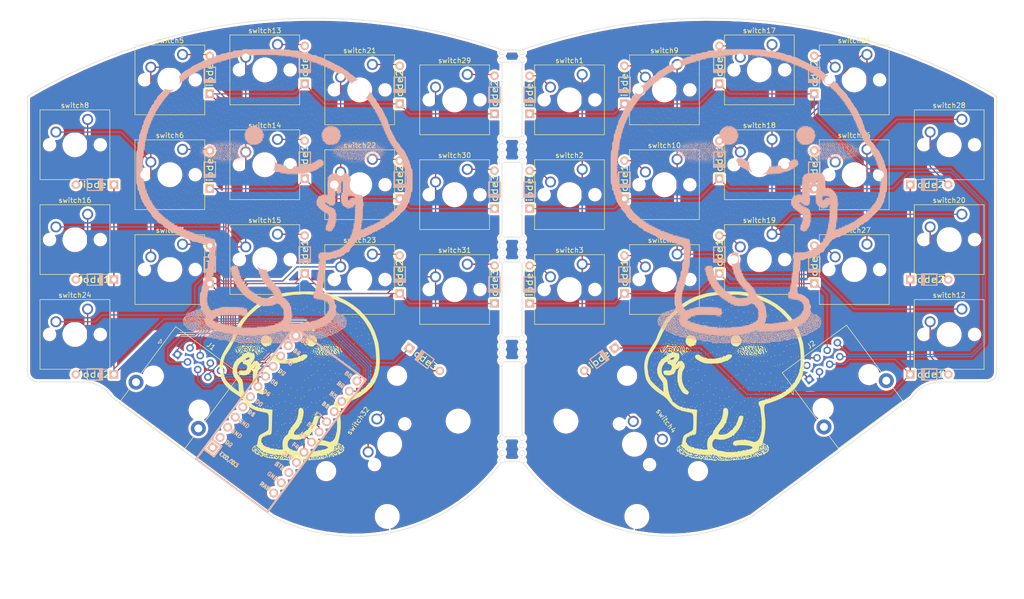
<source format=kicad_pcb>
(kicad_pcb (version 20171130) (host pcbnew 5.1.6)
  (layers (0 F.Cu signal) (31 B.Cu signal) (34 B.Paste user) (35 F.Paste user) (36 B.SilkS user) (37 F.SilkS user) (38 B.Mask user) (39 F.Mask user) (44 Edge.Cuts user))
  (net 0 "")
  (net 1 "Net-(diode1-Pad2)")
  (net 2 "Net-(diode2-Pad2)")
  (net 3 "Net-(diode3-Pad2)")
  (net 4 "Net-(diode4-Pad2)")
  (net 5 "Net-(diode5-Pad2)")
  (net 6 "Net-(diode6-Pad2)")
  (net 7 "Net-(diode7-Pad2)")
  (net 8 "Net-(diode8-Pad2)")
  (net 9 "Net-(diode9-Pad2)")
  (net 10 "Net-(diode10-Pad2)")
  (net 11 "Net-(diode11-Pad2)")
  (net 12 "Net-(diode12-Pad2)")
  (net 13 "Net-(diode13-Pad2)")
  (net 14 "Net-(diode14-Pad2)")
  (net 15 "Net-(diode15-Pad2)")
  (net 16 "Net-(diode16-Pad2)")
  (net 17 "Net-(diode17-Pad2)")
  (net 18 "Net-(diode18-Pad2)")
  (net 19 "Net-(diode19-Pad2)")
  (net 20 "Net-(diode20-Pad2)")
  (net 21 "Net-(diode21-Pad2)")
  (net 22 "Net-(diode22-Pad2)")
  (net 23 "Net-(diode23-Pad2)")
  (net 24 "Net-(diode24-Pad2)")
  (net 25 "Net-(diode25-Pad2)")
  (net 26 "Net-(diode26-Pad2)")
  (net 27 "Net-(diode27-Pad2)")
  (net 28 "Net-(diode28-Pad2)")
  (net 29 "Net-(diode29-Pad2)")
  (net 30 "Net-(diode30-Pad2)")
  (net 31 "Net-(diode31-Pad2)")
  (net 32 "Net-(diode32-Pad2)")
  (net 33 COL5)
  (net 34 COL7)
  (net 35 COL6)
  (net 36 COL4)
  (net 37 ROWB0)
  (net 38 ROWB1)
  (net 39 ROWB2)
  (net 40 ROWB3)
  (net 41 ROWA0)
  (net 42 ROWA1)
  (net 43 ROWA2)
  (net 44 ROWA3)
  (net 45 COLA0)
  (net 46 COLA1)
  (net 47 COLA2)
  (net 48 COLA3)
  (net 49 COLB5)
  (net 50 COLB4)
  (net 51 COLB7)
  (net 52 COLB6)
  (module footprints:baldy_small (layer F.Cu) (at 75 90)
    (fp_text reference G*** hide)
    (fp_text value LOGO hide)
  )
  (module footprints:baldy_peace (layer B.Cu) (at 165 55 180)
    (fp_text reference G*** hide)
    (fp_text value LOGO hide)
  )
  (module footprints:baldy_small (layer F.Cu) (at 160 90)
    (fp_text reference G*** hide)
    (fp_text value LOGO hide)
  )
  (module footprints:baldy_peace (layer B.Cu) (at 70 55 180)
    (fp_text reference G*** hide)
    (fp_text value LOGO hide)
  )
  (module footprints:holes_two (layer F.Cu) (at 119.5 103.5)
    (fp_text reference Ref** hide)
    (fp_text value Val** hide)
    (pad "" thru_hole circle (at 0 0.75) (size 1 1) (drill 1) (layers *.Cu *.Mask))
    (pad "" thru_hole circle (at 0 -0.75) (size 1 1) (drill 1) (layers *.Cu *.Mask))
  )
  (module footprints:holes_two (layer F.Cu) (at 115.5 106.5)
    (fp_text reference Ref** hide)
    (fp_text value Val** hide)
    (pad "" thru_hole circle (at 0 -0.75) (size 1 1) (drill 1) (layers *.Cu *.Mask))
    (pad "" thru_hole circle (at 0 0.75) (size 1 1) (drill 1) (layers *.Cu *.Mask))
  )
  (module footprints:holes_two (layer F.Cu) (at 119.5 106.5)
    (fp_text reference Ref** hide)
    (fp_text value Val** hide)
    (pad "" thru_hole circle (at 0 -0.75) (size 1 1) (drill 1) (layers *.Cu *.Mask))
    (pad "" thru_hole circle (at 0 0.75) (size 1 1) (drill 1) (layers *.Cu *.Mask))
  )
  (module footprints:holes_two (layer F.Cu) (at 115.5 103.5)
    (fp_text reference Ref** hide)
    (fp_text value Val** hide)
    (pad "" thru_hole circle (at 0 0.75) (size 1 1) (drill 1) (layers *.Cu *.Mask))
    (pad "" thru_hole circle (at 0 -0.75) (size 1 1) (drill 1) (layers *.Cu *.Mask))
  )
  (module footprints:holes_two (layer F.Cu) (at 115.5 86.5)
    (fp_text reference Ref** hide)
    (fp_text value Val** hide)
    (pad "" thru_hole circle (at 0 0.75) (size 1 1) (drill 1) (layers *.Cu *.Mask))
    (pad "" thru_hole circle (at 0 -0.75) (size 1 1) (drill 1) (layers *.Cu *.Mask))
  )
  (module footprints:holes_two (layer F.Cu) (at 119.5 83.5)
    (fp_text reference Ref** hide)
    (fp_text value Val** hide)
    (pad "" thru_hole circle (at 0 -0.75) (size 1 1) (drill 1) (layers *.Cu *.Mask))
    (pad "" thru_hole circle (at 0 0.75) (size 1 1) (drill 1) (layers *.Cu *.Mask))
  )
  (module footprints:holes_two (layer F.Cu) (at 119.5 86.5)
    (fp_text reference Ref** hide)
    (fp_text value Val** hide)
    (pad "" thru_hole circle (at 0 0.75) (size 1 1) (drill 1) (layers *.Cu *.Mask))
    (pad "" thru_hole circle (at 0 -0.75) (size 1 1) (drill 1) (layers *.Cu *.Mask))
  )
  (module footprints:holes_two (layer F.Cu) (at 115.5 83.5)
    (fp_text reference Ref** hide)
    (fp_text value Val** hide)
    (pad "" thru_hole circle (at 0 -0.75) (size 1 1) (drill 1) (layers *.Cu *.Mask))
    (pad "" thru_hole circle (at 0 0.75) (size 1 1) (drill 1) (layers *.Cu *.Mask))
  )
  (module footprints:holes_two (layer F.Cu) (at 119.5 63.5)
    (fp_text reference Ref** hide)
    (fp_text value Val** hide)
    (pad "" thru_hole circle (at 0 0.75) (size 1 1) (drill 1) (layers *.Cu *.Mask))
    (pad "" thru_hole circle (at 0 -0.75) (size 1 1) (drill 1) (layers *.Cu *.Mask))
  )
  (module footprints:holes_two (layer F.Cu) (at 119.5 66.5)
    (fp_text reference Ref** hide)
    (fp_text value Val** hide)
    (pad "" thru_hole circle (at 0 -0.75) (size 1 1) (drill 1) (layers *.Cu *.Mask))
    (pad "" thru_hole circle (at 0 0.75) (size 1 1) (drill 1) (layers *.Cu *.Mask))
  )
  (module footprints:holes_two (layer F.Cu) (at 115.5 63.5)
    (fp_text reference Ref** hide)
    (fp_text value Val** hide)
    (pad "" thru_hole circle (at 0 0.75) (size 1 1) (drill 1) (layers *.Cu *.Mask))
    (pad "" thru_hole circle (at 0 -0.75) (size 1 1) (drill 1) (layers *.Cu *.Mask))
  )
  (module footprints:holes_two (layer F.Cu) (at 115.5 66.5)
    (fp_text reference Ref** hide)
    (fp_text value Val** hide)
    (pad "" thru_hole circle (at 0 -0.75) (size 1 1) (drill 1) (layers *.Cu *.Mask))
    (pad "" thru_hole circle (at 0 0.75) (size 1 1) (drill 1) (layers *.Cu *.Mask))
  )
  (module footprints:holes_two (layer F.Cu) (at 119.5 46.5)
    (fp_text reference Ref** hide)
    (fp_text value Val** hide)
    (pad "" thru_hole circle (at 0 0.75) (size 1 1) (drill 1) (layers *.Cu *.Mask))
    (pad "" thru_hole circle (at 0 -0.75) (size 1 1) (drill 1) (layers *.Cu *.Mask))
  )
  (module footprints:holes_two (layer F.Cu) (at 115.5 46.5)
    (fp_text reference Ref** hide)
    (fp_text value Val** hide)
    (pad "" thru_hole circle (at 0 0.75) (size 1 1) (drill 1) (layers *.Cu *.Mask))
    (pad "" thru_hole circle (at 0 -0.75) (size 1 1) (drill 1) (layers *.Cu *.Mask))
  )
  (module footprints:holes_two (layer F.Cu) (at 119.5 43.5)
    (fp_text reference Ref** hide)
    (fp_text value Val** hide)
    (pad "" thru_hole circle (at 0 -0.75) (size 1 1) (drill 1) (layers *.Cu *.Mask))
    (pad "" thru_hole circle (at 0 0.75) (size 1 1) (drill 1) (layers *.Cu *.Mask))
  )
  (module footprints:holes_two (layer F.Cu) (at 115.5 43.5)
    (fp_text reference Ref** hide)
    (fp_text value Val** hide)
    (pad "" thru_hole circle (at 0 -0.75) (size 1 1) (drill 1) (layers *.Cu *.Mask))
    (pad "" thru_hole circle (at 0 0.75) (size 1 1) (drill 1) (layers *.Cu *.Mask))
  )
  (module footprints:holes_two (layer F.Cu) (at 119.5 26.25)
    (fp_text reference Ref** hide)
    (fp_text value Val** hide)
    (pad "" thru_hole circle (at 0 0.75) (size 1 1) (drill 1) (layers *.Cu *.Mask))
    (pad "" thru_hole circle (at 0 -0.75) (size 1 1) (drill 1) (layers *.Cu *.Mask))
  )
  (module footprints:holes_two (layer F.Cu) (at 115.5 26.25)
    (fp_text reference Ref** hide)
    (fp_text value Val** hide)
    (pad "" thru_hole circle (at 0 0.75) (size 1 1) (drill 1) (layers *.Cu *.Mask))
    (pad "" thru_hole circle (at 0 -0.75) (size 1 1) (drill 1) (layers *.Cu *.Mask))
  )
  (module footprints:diode (layer F.Cu) (at 57 49 270)
    (fp_text reference diode6 (at 0 0 90) (layer F.SilkS) (effects (font (size 1.27 1.524) (thickness 0.2032))))
    (fp_text value diode hide)
    (pad 2 thru_hole circle (at -3.81 0 270) (size 1.651 1.651) (drill 0.9906) (layers *.Cu *.SilkS *.Mask) (net 6 "Net-(diode6-Pad2)"))
    (pad 1 thru_hole rect (at 3.81 0 270) (size 1.651 1.651) (drill 0.9906) (layers *.Cu *.SilkS *.Mask) (net 42 ROWA1))
  )
  (module footprints:1u-single (layer F.Cu) (at 49 50)
    (fp_text reference switch6 (at 0 -7.874) (layer F.SilkS))
    (fp_text value switch)
    (pad "" np_thru_hole circle (at 5.08 0) (size 1.7 1.7) (drill 1.7) (layers *.Cu *.Mask))
    (pad "" np_thru_hole circle (at -5.08 0) (size 1.7 1.7) (drill 1.7) (layers *.Cu *.Mask))
    (pad "" np_thru_hole circle (at 0 0) (size 4 4) (drill 4) (layers *.Cu *.Mask))
    (pad 2 thru_hole circle (at -3.81 -2.54) (size 2.2 2.2) (drill 1.5) (layers *.Cu *.Mask) (net 45 COLA0))
    (pad 1 thru_hole circle (at 2.54 -5.08) (size 2.2 2.2) (drill 1.5) (layers *.Cu *.Mask) (net 6 "Net-(diode6-Pad2)"))
  )
  (module footprints:2u-single (layer F.Cu) (at 93 104 53.4)
    (fp_text reference switch32 (at 0 -7.874 53.4) (layer F.SilkS))
    (fp_text value switch)
    (pad "" np_thru_hole circle (at 11.9 -7 53.4) (size 3.05 3.05) (drill 3.05) (layers *.Cu *.Mask))
    (pad "" np_thru_hole circle (at -11.9 -7 53.4) (size 3.05 3.05) (drill 3.05) (layers *.Cu *.Mask))
    (pad "" np_thru_hole circle (at -11.9 8.24 53.4) (size 4 4) (drill 4) (layers *.Cu *.Mask))
    (pad "" np_thru_hole circle (at 11.9 8.24 53.4) (size 4 4) (drill 4) (layers *.Cu *.Mask))
    (pad "" np_thru_hole circle (at 5.08 0 53.4) (size 1.7 1.7) (drill 1.7) (layers *.Cu *.Mask))
    (pad "" np_thru_hole circle (at -5.08 0 53.4) (size 1.7 1.7) (drill 1.7) (layers *.Cu *.Mask))
    (pad "" np_thru_hole circle (at 0 0 53.4) (size 4 4) (drill 4) (layers *.Cu *.Mask))
    (pad 2 thru_hole circle (at -3.81 -2.54 53.4) (size 2.2 2.2) (drill 1.5) (layers *.Cu *.Mask) (net 48 COLA3))
    (pad 1 thru_hole circle (at 2.54 -5.08 53.4) (size 2.2 2.2) (drill 1.5) (layers *.Cu *.Mask) (net 32 "Net-(diode32-Pad2)"))
  )
  (module footprints:1u-single (layer F.Cu) (at 106 73)
    (fp_text reference switch31 (at 0 -7.874) (layer F.SilkS))
    (fp_text value switch)
    (pad "" np_thru_hole circle (at 5.08 0) (size 1.7 1.7) (drill 1.7) (layers *.Cu *.Mask))
    (pad "" np_thru_hole circle (at -5.08 0) (size 1.7 1.7) (drill 1.7) (layers *.Cu *.Mask))
    (pad "" np_thru_hole circle (at 0 0) (size 4 4) (drill 4) (layers *.Cu *.Mask))
    (pad 2 thru_hole circle (at -3.81 -2.54) (size 2.2 2.2) (drill 1.5) (layers *.Cu *.Mask) (net 48 COLA3))
    (pad 1 thru_hole circle (at 2.54 -5.08) (size 2.2 2.2) (drill 1.5) (layers *.Cu *.Mask) (net 31 "Net-(diode31-Pad2)"))
  )
  (module footprints:1u-single (layer F.Cu) (at 106 54)
    (fp_text reference switch30 (at 0 -7.874) (layer F.SilkS))
    (fp_text value switch)
    (pad "" np_thru_hole circle (at 5.08 0) (size 1.7 1.7) (drill 1.7) (layers *.Cu *.Mask))
    (pad "" np_thru_hole circle (at -5.08 0) (size 1.7 1.7) (drill 1.7) (layers *.Cu *.Mask))
    (pad "" np_thru_hole circle (at 0 0) (size 4 4) (drill 4) (layers *.Cu *.Mask))
    (pad 2 thru_hole circle (at -3.81 -2.54) (size 2.2 2.2) (drill 1.5) (layers *.Cu *.Mask) (net 48 COLA3))
    (pad 1 thru_hole circle (at 2.54 -5.08) (size 2.2 2.2) (drill 1.5) (layers *.Cu *.Mask) (net 30 "Net-(diode30-Pad2)"))
  )
  (module footprints:1u-single (layer F.Cu) (at 106 35)
    (fp_text reference switch29 (at 0 -7.874) (layer F.SilkS))
    (fp_text value switch)
    (pad "" np_thru_hole circle (at 5.08 0) (size 1.7 1.7) (drill 1.7) (layers *.Cu *.Mask))
    (pad "" np_thru_hole circle (at -5.08 0) (size 1.7 1.7) (drill 1.7) (layers *.Cu *.Mask))
    (pad "" np_thru_hole circle (at 0 0) (size 4 4) (drill 4) (layers *.Cu *.Mask))
    (pad 2 thru_hole circle (at -3.81 -2.54) (size 2.2 2.2) (drill 1.5) (layers *.Cu *.Mask) (net 48 COLA3))
    (pad 1 thru_hole circle (at 2.54 -5.08) (size 2.2 2.2) (drill 1.5) (layers *.Cu *.Mask) (net 29 "Net-(diode29-Pad2)"))
  )
  (module footprints:1u-single (layer F.Cu) (at 205 44)
    (fp_text reference switch28 (at 0 -7.874) (layer F.SilkS))
    (fp_text value switch)
    (pad "" np_thru_hole circle (at 5.08 0) (size 1.7 1.7) (drill 1.7) (layers *.Cu *.Mask))
    (pad "" np_thru_hole circle (at -5.08 0) (size 1.7 1.7) (drill 1.7) (layers *.Cu *.Mask))
    (pad "" np_thru_hole circle (at 0 0) (size 4 4) (drill 4) (layers *.Cu *.Mask))
    (pad 2 thru_hole circle (at -3.81 -2.54) (size 2.2 2.2) (drill 1.5) (layers *.Cu *.Mask) (net 28 "Net-(diode28-Pad2)"))
    (pad 1 thru_hole circle (at 2.54 -5.08) (size 2.2 2.2) (drill 1.5) (layers *.Cu *.Mask) (net 51 COLB7))
  )
  (module footprints:1u-single (layer F.Cu) (at 186 69)
    (fp_text reference switch27 (at 0 -7.874) (layer F.SilkS))
    (fp_text value switch)
    (pad "" np_thru_hole circle (at 5.08 0) (size 1.7 1.7) (drill 1.7) (layers *.Cu *.Mask))
    (pad "" np_thru_hole circle (at -5.08 0) (size 1.7 1.7) (drill 1.7) (layers *.Cu *.Mask))
    (pad "" np_thru_hole circle (at 0 0) (size 4 4) (drill 4) (layers *.Cu *.Mask))
    (pad 2 thru_hole circle (at -3.81 -2.54) (size 2.2 2.2) (drill 1.5) (layers *.Cu *.Mask) (net 27 "Net-(diode27-Pad2)"))
    (pad 1 thru_hole circle (at 2.54 -5.08) (size 2.2 2.2) (drill 1.5) (layers *.Cu *.Mask) (net 51 COLB7))
  )
  (module footprints:1u-single (layer F.Cu) (at 186 50)
    (fp_text reference switch26 (at 0 -7.874) (layer F.SilkS))
    (fp_text value switch)
    (pad "" np_thru_hole circle (at 5.08 0) (size 1.7 1.7) (drill 1.7) (layers *.Cu *.Mask))
    (pad "" np_thru_hole circle (at -5.08 0) (size 1.7 1.7) (drill 1.7) (layers *.Cu *.Mask))
    (pad "" np_thru_hole circle (at 0 0) (size 4 4) (drill 4) (layers *.Cu *.Mask))
    (pad 2 thru_hole circle (at -3.81 -2.54) (size 2.2 2.2) (drill 1.5) (layers *.Cu *.Mask) (net 26 "Net-(diode26-Pad2)"))
    (pad 1 thru_hole circle (at 2.54 -5.08) (size 2.2 2.2) (drill 1.5) (layers *.Cu *.Mask) (net 51 COLB7))
  )
  (module footprints:1u-single (layer F.Cu) (at 186 31)
    (fp_text reference switch25 (at 0 -7.874) (layer F.SilkS))
    (fp_text value switch)
    (pad "" np_thru_hole circle (at 5.08 0) (size 1.7 1.7) (drill 1.7) (layers *.Cu *.Mask))
    (pad "" np_thru_hole circle (at -5.08 0) (size 1.7 1.7) (drill 1.7) (layers *.Cu *.Mask))
    (pad "" np_thru_hole circle (at 0 0) (size 4 4) (drill 4) (layers *.Cu *.Mask))
    (pad 2 thru_hole circle (at -3.81 -2.54) (size 2.2 2.2) (drill 1.5) (layers *.Cu *.Mask) (net 25 "Net-(diode25-Pad2)"))
    (pad 1 thru_hole circle (at 2.54 -5.08) (size 2.2 2.2) (drill 1.5) (layers *.Cu *.Mask) (net 51 COLB7))
  )
  (module footprints:1u-single (layer F.Cu) (at 30 82)
    (fp_text reference switch24 (at 0 -7.874) (layer F.SilkS))
    (fp_text value switch)
    (pad "" np_thru_hole circle (at 5.08 0) (size 1.7 1.7) (drill 1.7) (layers *.Cu *.Mask))
    (pad "" np_thru_hole circle (at -5.08 0) (size 1.7 1.7) (drill 1.7) (layers *.Cu *.Mask))
    (pad "" np_thru_hole circle (at 0 0) (size 4 4) (drill 4) (layers *.Cu *.Mask))
    (pad 2 thru_hole circle (at -3.81 -2.54) (size 2.2 2.2) (drill 1.5) (layers *.Cu *.Mask) (net 47 COLA2))
    (pad 1 thru_hole circle (at 2.54 -5.08) (size 2.2 2.2) (drill 1.5) (layers *.Cu *.Mask) (net 24 "Net-(diode24-Pad2)"))
  )
  (module footprints:1u-single (layer F.Cu) (at 87 71)
    (fp_text reference switch23 (at 0 -7.874) (layer F.SilkS))
    (fp_text value switch)
    (pad "" np_thru_hole circle (at 5.08 0) (size 1.7 1.7) (drill 1.7) (layers *.Cu *.Mask))
    (pad "" np_thru_hole circle (at -5.08 0) (size 1.7 1.7) (drill 1.7) (layers *.Cu *.Mask))
    (pad "" np_thru_hole circle (at 0 0) (size 4 4) (drill 4) (layers *.Cu *.Mask))
    (pad 2 thru_hole circle (at -3.81 -2.54) (size 2.2 2.2) (drill 1.5) (layers *.Cu *.Mask) (net 47 COLA2))
    (pad 1 thru_hole circle (at 2.54 -5.08) (size 2.2 2.2) (drill 1.5) (layers *.Cu *.Mask) (net 23 "Net-(diode23-Pad2)"))
  )
  (module footprints:1u-single (layer F.Cu) (at 87 52)
    (fp_text reference switch22 (at 0 -7.874) (layer F.SilkS))
    (fp_text value switch)
    (pad "" np_thru_hole circle (at 5.08 0) (size 1.7 1.7) (drill 1.7) (layers *.Cu *.Mask))
    (pad "" np_thru_hole circle (at -5.08 0) (size 1.7 1.7) (drill 1.7) (layers *.Cu *.Mask))
    (pad "" np_thru_hole circle (at 0 0) (size 4 4) (drill 4) (layers *.Cu *.Mask))
    (pad 2 thru_hole circle (at -3.81 -2.54) (size 2.2 2.2) (drill 1.5) (layers *.Cu *.Mask) (net 47 COLA2))
    (pad 1 thru_hole circle (at 2.54 -5.08) (size 2.2 2.2) (drill 1.5) (layers *.Cu *.Mask) (net 22 "Net-(diode22-Pad2)"))
  )
  (module footprints:1u-single (layer F.Cu) (at 87 33)
    (fp_text reference switch21 (at 0 -7.874) (layer F.SilkS))
    (fp_text value switch)
    (pad "" np_thru_hole circle (at 5.08 0) (size 1.7 1.7) (drill 1.7) (layers *.Cu *.Mask))
    (pad "" np_thru_hole circle (at -5.08 0) (size 1.7 1.7) (drill 1.7) (layers *.Cu *.Mask))
    (pad "" np_thru_hole circle (at 0 0) (size 4 4) (drill 4) (layers *.Cu *.Mask))
    (pad 2 thru_hole circle (at -3.81 -2.54) (size 2.2 2.2) (drill 1.5) (layers *.Cu *.Mask) (net 47 COLA2))
    (pad 1 thru_hole circle (at 2.54 -5.08) (size 2.2 2.2) (drill 1.5) (layers *.Cu *.Mask) (net 21 "Net-(diode21-Pad2)"))
  )
  (module footprints:1u-single (layer F.Cu) (at 205 63)
    (fp_text reference switch20 (at 0 -7.874) (layer F.SilkS))
    (fp_text value switch)
    (pad "" np_thru_hole circle (at 5.08 0) (size 1.7 1.7) (drill 1.7) (layers *.Cu *.Mask))
    (pad "" np_thru_hole circle (at -5.08 0) (size 1.7 1.7) (drill 1.7) (layers *.Cu *.Mask))
    (pad "" np_thru_hole circle (at 0 0) (size 4 4) (drill 4) (layers *.Cu *.Mask))
    (pad 2 thru_hole circle (at -3.81 -2.54) (size 2.2 2.2) (drill 1.5) (layers *.Cu *.Mask) (net 20 "Net-(diode20-Pad2)"))
    (pad 1 thru_hole circle (at 2.54 -5.08) (size 2.2 2.2) (drill 1.5) (layers *.Cu *.Mask) (net 52 COLB6))
  )
  (module footprints:1u-single (layer F.Cu) (at 167 67)
    (fp_text reference switch19 (at 0 -7.874) (layer F.SilkS))
    (fp_text value switch)
    (pad "" np_thru_hole circle (at 5.08 0) (size 1.7 1.7) (drill 1.7) (layers *.Cu *.Mask))
    (pad "" np_thru_hole circle (at -5.08 0) (size 1.7 1.7) (drill 1.7) (layers *.Cu *.Mask))
    (pad "" np_thru_hole circle (at 0 0) (size 4 4) (drill 4) (layers *.Cu *.Mask))
    (pad 2 thru_hole circle (at -3.81 -2.54) (size 2.2 2.2) (drill 1.5) (layers *.Cu *.Mask) (net 19 "Net-(diode19-Pad2)"))
    (pad 1 thru_hole circle (at 2.54 -5.08) (size 2.2 2.2) (drill 1.5) (layers *.Cu *.Mask) (net 52 COLB6))
  )
  (module footprints:1u-single (layer F.Cu) (at 167 48)
    (fp_text reference switch18 (at 0 -7.874) (layer F.SilkS))
    (fp_text value switch)
    (pad "" np_thru_hole circle (at 5.08 0) (size 1.7 1.7) (drill 1.7) (layers *.Cu *.Mask))
    (pad "" np_thru_hole circle (at -5.08 0) (size 1.7 1.7) (drill 1.7) (layers *.Cu *.Mask))
    (pad "" np_thru_hole circle (at 0 0) (size 4 4) (drill 4) (layers *.Cu *.Mask))
    (pad 2 thru_hole circle (at -3.81 -2.54) (size 2.2 2.2) (drill 1.5) (layers *.Cu *.Mask) (net 18 "Net-(diode18-Pad2)"))
    (pad 1 thru_hole circle (at 2.54 -5.08) (size 2.2 2.2) (drill 1.5) (layers *.Cu *.Mask) (net 52 COLB6))
  )
  (module footprints:1u-single (layer F.Cu) (at 167 29)
    (fp_text reference switch17 (at 0 -7.874) (layer F.SilkS))
    (fp_text value switch)
    (pad 1 thru_hole circle (at 2.54 -5.08) (size 2.2 2.2) (drill 1.5) (layers *.Cu *.Mask) (net 52 COLB6))
    (pad 2 thru_hole circle (at -3.81 -2.54) (size 2.2 2.2) (drill 1.5) (layers *.Cu *.Mask) (net 17 "Net-(diode17-Pad2)"))
    (pad "" np_thru_hole circle (at 0 0) (size 4 4) (drill 4) (layers *.Cu *.Mask))
    (pad "" np_thru_hole circle (at -5.08 0) (size 1.7 1.7) (drill 1.7) (layers *.Cu *.Mask))
    (pad "" np_thru_hole circle (at 5.08 0) (size 1.7 1.7) (drill 1.7) (layers *.Cu *.Mask))
  )
  (module footprints:1u-single (layer F.Cu) (at 30 63)
    (fp_text reference switch16 (at 0 -7.874) (layer F.SilkS))
    (fp_text value switch)
    (pad "" np_thru_hole circle (at 5.08 0) (size 1.7 1.7) (drill 1.7) (layers *.Cu *.Mask))
    (pad "" np_thru_hole circle (at -5.08 0) (size 1.7 1.7) (drill 1.7) (layers *.Cu *.Mask))
    (pad "" np_thru_hole circle (at 0 0) (size 4 4) (drill 4) (layers *.Cu *.Mask))
    (pad 2 thru_hole circle (at -3.81 -2.54) (size 2.2 2.2) (drill 1.5) (layers *.Cu *.Mask) (net 46 COLA1))
    (pad 1 thru_hole circle (at 2.54 -5.08) (size 2.2 2.2) (drill 1.5) (layers *.Cu *.Mask) (net 16 "Net-(diode16-Pad2)"))
  )
  (module footprints:1u-single (layer F.Cu) (at 68 67)
    (fp_text reference switch15 (at 0 -7.874) (layer F.SilkS))
    (fp_text value switch)
    (pad "" np_thru_hole circle (at 5.08 0) (size 1.7 1.7) (drill 1.7) (layers *.Cu *.Mask))
    (pad "" np_thru_hole circle (at -5.08 0) (size 1.7 1.7) (drill 1.7) (layers *.Cu *.Mask))
    (pad "" np_thru_hole circle (at 0 0) (size 4 4) (drill 4) (layers *.Cu *.Mask))
    (pad 2 thru_hole circle (at -3.81 -2.54) (size 2.2 2.2) (drill 1.5) (layers *.Cu *.Mask) (net 46 COLA1))
    (pad 1 thru_hole circle (at 2.54 -5.08) (size 2.2 2.2) (drill 1.5) (layers *.Cu *.Mask) (net 15 "Net-(diode15-Pad2)"))
  )
  (module footprints:1u-single (layer F.Cu) (at 68 48)
    (fp_text reference switch14 (at 0 -7.874) (layer F.SilkS))
    (fp_text value switch)
    (pad "" np_thru_hole circle (at 5.08 0) (size 1.7 1.7) (drill 1.7) (layers *.Cu *.Mask))
    (pad "" np_thru_hole circle (at -5.08 0) (size 1.7 1.7) (drill 1.7) (layers *.Cu *.Mask))
    (pad "" np_thru_hole circle (at 0 0) (size 4 4) (drill 4) (layers *.Cu *.Mask))
    (pad 2 thru_hole circle (at -3.81 -2.54) (size 2.2 2.2) (drill 1.5) (layers *.Cu *.Mask) (net 46 COLA1))
    (pad 1 thru_hole circle (at 2.54 -5.08) (size 2.2 2.2) (drill 1.5) (layers *.Cu *.Mask) (net 14 "Net-(diode14-Pad2)"))
  )
  (module footprints:1u-single (layer F.Cu) (at 68 29)
    (fp_text reference switch13 (at 0 -7.874) (layer F.SilkS))
    (fp_text value switch)
    (pad "" np_thru_hole circle (at 5.08 0) (size 1.7 1.7) (drill 1.7) (layers *.Cu *.Mask))
    (pad "" np_thru_hole circle (at -5.08 0) (size 1.7 1.7) (drill 1.7) (layers *.Cu *.Mask))
    (pad "" np_thru_hole circle (at 0 0) (size 4 4) (drill 4) (layers *.Cu *.Mask))
    (pad 2 thru_hole circle (at -3.81 -2.54) (size 2.2 2.2) (drill 1.5) (layers *.Cu *.Mask) (net 46 COLA1))
    (pad 1 thru_hole circle (at 2.54 -5.08) (size 2.2 2.2) (drill 1.5) (layers *.Cu *.Mask) (net 13 "Net-(diode13-Pad2)"))
  )
  (module footprints:1u-single (layer F.Cu) (at 205 82)
    (fp_text reference switch12 (at 0 -7.874) (layer F.SilkS))
    (fp_text value switch)
    (pad "" np_thru_hole circle (at 5.08 0) (size 1.7 1.7) (drill 1.7) (layers *.Cu *.Mask))
    (pad "" np_thru_hole circle (at -5.08 0) (size 1.7 1.7) (drill 1.7) (layers *.Cu *.Mask))
    (pad "" np_thru_hole circle (at 0 0) (size 4 4) (drill 4) (layers *.Cu *.Mask))
    (pad 2 thru_hole circle (at -3.81 -2.54) (size 2.2 2.2) (drill 1.5) (layers *.Cu *.Mask) (net 12 "Net-(diode12-Pad2)"))
    (pad 1 thru_hole circle (at 2.54 -5.08) (size 2.2 2.2) (drill 1.5) (layers *.Cu *.Mask) (net 49 COLB5))
  )
  (module footprints:1u-single (layer F.Cu) (at 148 71)
    (fp_text reference switch11 (at 0 -7.874) (layer F.SilkS))
    (fp_text value switch)
    (pad "" np_thru_hole circle (at 5.08 0) (size 1.7 1.7) (drill 1.7) (layers *.Cu *.Mask))
    (pad "" np_thru_hole circle (at -5.08 0) (size 1.7 1.7) (drill 1.7) (layers *.Cu *.Mask))
    (pad "" np_thru_hole circle (at 0 0) (size 4 4) (drill 4) (layers *.Cu *.Mask))
    (pad 2 thru_hole circle (at -3.81 -2.54) (size 2.2 2.2) (drill 1.5) (layers *.Cu *.Mask) (net 11 "Net-(diode11-Pad2)"))
    (pad 1 thru_hole circle (at 2.54 -5.08) (size 2.2 2.2) (drill 1.5) (layers *.Cu *.Mask) (net 49 COLB5))
  )
  (module footprints:1u-single (layer F.Cu) (at 148 52)
    (fp_text reference switch10 (at 0 -7.874) (layer F.SilkS))
    (fp_text value switch)
    (pad "" np_thru_hole circle (at 5.08 0) (size 1.7 1.7) (drill 1.7) (layers *.Cu *.Mask))
    (pad "" np_thru_hole circle (at -5.08 0) (size 1.7 1.7) (drill 1.7) (layers *.Cu *.Mask))
    (pad "" np_thru_hole circle (at 0 0) (size 4 4) (drill 4) (layers *.Cu *.Mask))
    (pad 2 thru_hole circle (at -3.81 -2.54) (size 2.2 2.2) (drill 1.5) (layers *.Cu *.Mask) (net 10 "Net-(diode10-Pad2)"))
    (pad 1 thru_hole circle (at 2.54 -5.08) (size 2.2 2.2) (drill 1.5) (layers *.Cu *.Mask) (net 49 COLB5))
  )
  (module footprints:1u-single (layer F.Cu) (at 148 33)
    (fp_text reference switch9 (at 0 -7.874) (layer F.SilkS))
    (fp_text value switch)
    (pad "" np_thru_hole circle (at 5.08 0) (size 1.7 1.7) (drill 1.7) (layers *.Cu *.Mask))
    (pad "" np_thru_hole circle (at -5.08 0) (size 1.7 1.7) (drill 1.7) (layers *.Cu *.Mask))
    (pad "" np_thru_hole circle (at 0 0) (size 4 4) (drill 4) (layers *.Cu *.Mask))
    (pad 2 thru_hole circle (at -3.81 -2.54) (size 2.2 2.2) (drill 1.5) (layers *.Cu *.Mask) (net 9 "Net-(diode9-Pad2)"))
    (pad 1 thru_hole circle (at 2.54 -5.08) (size 2.2 2.2) (drill 1.5) (layers *.Cu *.Mask) (net 49 COLB5))
  )
  (module footprints:1u-single (layer F.Cu) (at 30 44)
    (fp_text reference switch8 (at 0 -7.874) (layer F.SilkS))
    (fp_text value switch)
    (pad "" np_thru_hole circle (at 5.08 0) (size 1.7 1.7) (drill 1.7) (layers *.Cu *.Mask))
    (pad "" np_thru_hole circle (at -5.08 0) (size 1.7 1.7) (drill 1.7) (layers *.Cu *.Mask))
    (pad "" np_thru_hole circle (at 0 0) (size 4 4) (drill 4) (layers *.Cu *.Mask))
    (pad 2 thru_hole circle (at -3.81 -2.54) (size 2.2 2.2) (drill 1.5) (layers *.Cu *.Mask) (net 45 COLA0))
    (pad 1 thru_hole circle (at 2.54 -5.08) (size 2.2 2.2) (drill 1.5) (layers *.Cu *.Mask) (net 8 "Net-(diode8-Pad2)"))
  )
  (module footprints:1u-single (layer F.Cu) (at 49 69)
    (fp_text reference switch7 (at 0 -7.874) (layer F.SilkS))
    (fp_text value switch)
    (pad "" np_thru_hole circle (at 5.08 0) (size 1.7 1.7) (drill 1.7) (layers *.Cu *.Mask))
    (pad "" np_thru_hole circle (at -5.08 0) (size 1.7 1.7) (drill 1.7) (layers *.Cu *.Mask))
    (pad "" np_thru_hole circle (at 0 0) (size 4 4) (drill 4) (layers *.Cu *.Mask))
    (pad 2 thru_hole circle (at -3.81 -2.54) (size 2.2 2.2) (drill 1.5) (layers *.Cu *.Mask) (net 45 COLA0))
    (pad 1 thru_hole circle (at 2.54 -5.08) (size 2.2 2.2) (drill 1.5) (layers *.Cu *.Mask) (net 7 "Net-(diode7-Pad2)"))
  )
  (module footprints:1u-single (layer F.Cu) (at 49 31)
    (fp_text reference switch5 (at 0 -7.874) (layer F.SilkS))
    (fp_text value switch)
    (pad "" np_thru_hole circle (at 5.08 0) (size 1.7 1.7) (drill 1.7) (layers *.Cu *.Mask))
    (pad "" np_thru_hole circle (at -5.08 0) (size 1.7 1.7) (drill 1.7) (layers *.Cu *.Mask))
    (pad "" np_thru_hole circle (at 0 0) (size 4 4) (drill 4) (layers *.Cu *.Mask))
    (pad 2 thru_hole circle (at -3.81 -2.54) (size 2.2 2.2) (drill 1.5) (layers *.Cu *.Mask) (net 45 COLA0))
    (pad 1 thru_hole circle (at 2.54 -5.08) (size 2.2 2.2) (drill 1.5) (layers *.Cu *.Mask) (net 5 "Net-(diode5-Pad2)"))
  )
  (module footprints:2u-single (layer F.Cu) (at 142 104 306.6)
    (fp_text reference switch4 (at 0 -7.874 126.6) (layer F.SilkS))
    (fp_text value switch)
    (pad "" np_thru_hole circle (at 11.9 -7 306.6) (size 3.05 3.05) (drill 3.05) (layers *.Cu *.Mask))
    (pad "" np_thru_hole circle (at -11.9 -7 306.6) (size 3.05 3.05) (drill 3.05) (layers *.Cu *.Mask))
    (pad "" np_thru_hole circle (at -11.9 8.24 306.6) (size 4 4) (drill 4) (layers *.Cu *.Mask))
    (pad "" np_thru_hole circle (at 11.9 8.24 306.6) (size 4 4) (drill 4) (layers *.Cu *.Mask))
    (pad "" np_thru_hole circle (at 5.08 0 306.6) (size 1.7 1.7) (drill 1.7) (layers *.Cu *.Mask))
    (pad "" np_thru_hole circle (at -5.08 0 306.6) (size 1.7 1.7) (drill 1.7) (layers *.Cu *.Mask))
    (pad "" np_thru_hole circle (at 0 0 306.6) (size 4 4) (drill 4) (layers *.Cu *.Mask))
    (pad 2 thru_hole circle (at -3.81 -2.54 306.6) (size 2.2 2.2) (drill 1.5) (layers *.Cu *.Mask) (net 4 "Net-(diode4-Pad2)"))
    (pad 1 thru_hole circle (at 2.54 -5.08 306.6) (size 2.2 2.2) (drill 1.5) (layers *.Cu *.Mask) (net 50 COLB4))
  )
  (module footprints:1u-single (layer F.Cu) (at 129 73)
    (fp_text reference switch3 (at 0 -7.874) (layer F.SilkS))
    (fp_text value switch)
    (pad "" np_thru_hole circle (at 5.08 0) (size 1.7 1.7) (drill 1.7) (layers *.Cu *.Mask))
    (pad "" np_thru_hole circle (at -5.08 0) (size 1.7 1.7) (drill 1.7) (layers *.Cu *.Mask))
    (pad "" np_thru_hole circle (at 0 0) (size 4 4) (drill 4) (layers *.Cu *.Mask))
    (pad 2 thru_hole circle (at -3.81 -2.54) (size 2.2 2.2) (drill 1.5) (layers *.Cu *.Mask) (net 3 "Net-(diode3-Pad2)"))
    (pad 1 thru_hole circle (at 2.54 -5.08) (size 2.2 2.2) (drill 1.5) (layers *.Cu *.Mask) (net 50 COLB4))
  )
  (module footprints:1u-single (layer F.Cu) (at 129 54)
    (fp_text reference switch2 (at 0 -7.874) (layer F.SilkS))
    (fp_text value switch)
    (pad "" np_thru_hole circle (at 5.08 0) (size 1.7 1.7) (drill 1.7) (layers *.Cu *.Mask))
    (pad "" np_thru_hole circle (at -5.08 0) (size 1.7 1.7) (drill 1.7) (layers *.Cu *.Mask))
    (pad "" np_thru_hole circle (at 0 0) (size 4 4) (drill 4) (layers *.Cu *.Mask))
    (pad 2 thru_hole circle (at -3.81 -2.54) (size 2.2 2.2) (drill 1.5) (layers *.Cu *.Mask) (net 2 "Net-(diode2-Pad2)"))
    (pad 1 thru_hole circle (at 2.54 -5.08) (size 2.2 2.2) (drill 1.5) (layers *.Cu *.Mask) (net 50 COLB4))
  )
  (module footprints:1u-single (layer F.Cu) (at 129 35)
    (fp_text reference switch1 (at 0 -7.874) (layer F.SilkS))
    (fp_text value switch)
    (pad "" np_thru_hole circle (at 5.08 0) (size 1.7 1.7) (drill 1.7) (layers *.Cu *.Mask))
    (pad "" np_thru_hole circle (at -5.08 0) (size 1.7 1.7) (drill 1.7) (layers *.Cu *.Mask))
    (pad "" np_thru_hole circle (at 0 0) (size 4 4) (drill 4) (layers *.Cu *.Mask))
    (pad 2 thru_hole circle (at -3.81 -2.54) (size 2.2 2.2) (drill 1.5) (layers *.Cu *.Mask) (net 1 "Net-(diode1-Pad2)"))
    (pad 1 thru_hole circle (at 2.54 -5.08) (size 2.2 2.2) (drill 1.5) (layers *.Cu *.Mask) (net 50 COLB4))
  )
  (module footprints:promicro (layer B.Cu) (at 72 98 53.4)
    (fp_text reference U2 hide)
    (fp_text value ProMicro hide)
    (fp_text user ST (at -8.91 5.04 -216.6) (layer F.SilkS) (effects (font (size 0.8 0.8))))
    (fp_text user TX0/D3 (at -13.97 -3.571872 -216.6) (layer B.SilkS) (effects (font (size 0.8 0.8)) (justify mirror)))
    (fp_text user TX0/D3 (at -13.97 -3.571872 -216.6) (layer F.SilkS) (effects (font (size 0.8 0.8))))
    (fp_text user D2 (at -11.43 -5.461 -216.6) (layer B.SilkS) (effects (font (size 0.8 0.8)) (justify mirror)))
    (fp_text user D0 (at -1.27 -5.461 -216.6) (layer B.SilkS) (effects (font (size 0.8 0.8)) (justify mirror)))
    (fp_text user D1 (at -3.81 -5.461 -216.6) (layer B.SilkS) (effects (font (size 0.8 0.8)) (justify mirror)))
    (fp_text user GND (at -6.35 -5.461 -216.6) (layer B.SilkS) (effects (font (size 0.8 0.8)) (justify mirror)))
    (fp_text user GND (at -8.89 -5.461 -216.6) (layer B.SilkS) (effects (font (size 0.8 0.8)) (justify mirror)))
    (fp_text user D4 (at 1.27 -5.461 -216.6) (layer B.SilkS) (effects (font (size 0.8 0.8)) (justify mirror)))
    (fp_text user C6 (at 3.81 -5.461 -216.6) (layer B.SilkS) (effects (font (size 0.8 0.8)) (justify mirror)))
    (fp_text user D7 (at 6.35 -5.461 -216.6) (layer B.SilkS) (effects (font (size 0.8 0.8)) (justify mirror)))
    (fp_text user E6 (at 8.89 -5.461 -216.6) (layer B.SilkS) (effects (font (size 0.8 0.8)) (justify mirror)))
    (fp_text user B4 (at 11.43 -5.461 -216.6) (layer B.SilkS) (effects (font (size 0.8 0.8)) (justify mirror)))
    (fp_text user B5 (at 13.97 -5.461 -216.6) (layer B.SilkS) (effects (font (size 0.8 0.8)) (justify mirror)))
    (fp_text user B6 (at 13.97 5.461 -216.6) (layer B.SilkS) (effects (font (size 0.8 0.8)) (justify mirror)))
    (fp_text user B2 (at 11.43 5.461 -216.6) (layer F.SilkS) (effects (font (size 0.8 0.8))))
    (fp_text user B3 (at 8.89 5.461 -216.6) (layer B.SilkS) (effects (font (size 0.8 0.8)) (justify mirror)))
    (fp_text user B1 (at 6.35 5.461 -216.6) (layer B.SilkS) (effects (font (size 0.8 0.8)) (justify mirror)))
    (fp_text user F7 (at 3.81 5.461 -216.6) (layer F.SilkS) (effects (font (size 0.8 0.8))))
    (fp_text user F6 (at 1.27 5.461 -216.6) (layer F.SilkS) (effects (font (size 0.8 0.8))))
    (fp_text user F5 (at -1.27 5.461 -216.6) (layer F.SilkS) (effects (font (size 0.8 0.8))))
    (fp_text user F4 (at -3.81 5.461 -216.6) (layer B.SilkS) (effects (font (size 0.8 0.8)) (justify mirror)))
    (fp_text user VCC (at -6.35 5.461 -216.6) (layer B.SilkS) (effects (font (size 0.8 0.8)) (justify mirror)))
    (fp_text user ST (at -8.92 5.73312 -216.6) (layer B.SilkS) (effects (font (size 0.8 0.8)) (justify mirror)))
    (fp_text user GND (at -11.43 5.461 -216.6) (layer B.SilkS) (effects (font (size 0.8 0.8)) (justify mirror)))
    (fp_text user RAW (at -13.97 5.461 -216.6) (layer B.SilkS) (effects (font (size 0.8 0.8)) (justify mirror)))
    (fp_text user RAW (at -13.97 5.461 -216.6) (layer F.SilkS) (effects (font (size 0.8 0.8))))
    (fp_text user GND (at -11.43 5.461 -216.6) (layer F.SilkS) (effects (font (size 0.8 0.8))))
    (fp_text user VCC (at -6.35 5.461 -216.6) (layer F.SilkS) (effects (font (size 0.8 0.8))))
    (fp_text user F4 (at -3.81 5.461 -216.6) (layer F.SilkS) (effects (font (size 0.8 0.8))))
    (fp_text user F5 (at -1.27 5.461 -216.6) (layer B.SilkS) (effects (font (size 0.8 0.8)) (justify mirror)))
    (fp_text user F6 (at 1.27 5.461 -216.6) (layer B.SilkS) (effects (font (size 0.8 0.8)) (justify mirror)))
    (fp_text user F7 (at 3.81 5.461 -216.6) (layer B.SilkS) (effects (font (size 0.8 0.8)) (justify mirror)))
    (fp_text user B1 (at 6.35 5.461 -216.6) (layer F.SilkS) (effects (font (size 0.8 0.8))))
    (fp_text user B3 (at 8.89 5.461 -216.6) (layer F.SilkS) (effects (font (size 0.8 0.8))))
    (fp_text user B2 (at 11.43 5.461 -216.6) (layer B.SilkS) (effects (font (size 0.8 0.8)) (justify mirror)))
    (fp_text user B6 (at 13.97 5.461 -216.6) (layer F.SilkS) (effects (font (size 0.8 0.8))))
    (fp_text user B5 (at 13.97 -5.461 -216.6) (layer F.SilkS) (effects (font (size 0.8 0.8))))
    (fp_text user B4 (at 11.43 -5.461 -216.6) (layer F.SilkS) (effects (font (size 0.8 0.8))))
    (fp_text user E6 (at 8.89 -5.461 -216.6) (layer F.SilkS) (effects (font (size 0.8 0.8))))
    (fp_text user D7 (at 6.35 -5.461 -216.6) (layer F.SilkS) (effects (font (size 0.8 0.8))))
    (fp_text user C6 (at 3.81 -5.461 -216.6) (layer F.SilkS) (effects (font (size 0.8 0.8))))
    (fp_text user D4 (at 1.27 -5.461 -216.6) (layer F.SilkS) (effects (font (size 0.8 0.8))))
    (fp_text user GND (at -8.89 -5.461 -216.6) (layer F.SilkS) (effects (font (size 0.8 0.8))))
    (fp_text user GND (at -6.35 -5.461 -216.6) (layer F.SilkS) (effects (font (size 0.8 0.8))))
    (fp_text user D1 (at -3.81 -5.461 -216.6) (layer F.SilkS) (effects (font (size 0.8 0.8))))
    (fp_text user D0 (at -1.27 -5.461 -216.6) (layer F.SilkS) (effects (font (size 0.8 0.8))))
    (fp_text user D2 (at -11.43 -5.461 -216.6) (layer F.SilkS) (effects (font (size 0.8 0.8))))
    (pad 24 thru_hole circle (at -13.97 7.62 53.4) (size 1.7526 1.7526) (drill 1.0922) (layers *.Cu *.SilkS *.Mask))
    (pad 12 thru_hole circle (at 13.97 -7.62 53.4) (size 1.7526 1.7526) (drill 1.0922) (layers *.Cu *.SilkS *.Mask))
    (pad 23 thru_hole circle (at -11.43 7.62 53.4) (size 1.7526 1.7526) (drill 1.0922) (layers *.Cu *.SilkS *.Mask))
    (pad 22 thru_hole circle (at -8.89 7.62 53.4) (size 1.7526 1.7526) (drill 1.0922) (layers *.Cu *.SilkS *.Mask))
    (pad 21 thru_hole circle (at -6.35 7.62 53.4) (size 1.7526 1.7526) (drill 1.0922) (layers *.Cu *.SilkS *.Mask))
    (pad 20 thru_hole circle (at -3.81 7.62 53.4) (size 1.7526 1.7526) (drill 1.0922) (layers *.Cu *.SilkS *.Mask) (net 45 COLA0))
    (pad 19 thru_hole circle (at -1.27 7.62 53.4) (size 1.7526 1.7526) (drill 1.0922) (layers *.Cu *.SilkS *.Mask) (net 46 COLA1))
    (pad 18 thru_hole circle (at 1.27 7.62 53.4) (size 1.7526 1.7526) (drill 1.0922) (layers *.Cu *.SilkS *.Mask) (net 47 COLA2))
    (pad 17 thru_hole circle (at 3.81 7.62 53.4) (size 1.7526 1.7526) (drill 1.0922) (layers *.Cu *.SilkS *.Mask) (net 48 COLA3))
    (pad 16 thru_hole circle (at 6.35 7.62 53.4) (size 1.7526 1.7526) (drill 1.0922) (layers *.Cu *.SilkS *.Mask) (net 36 COL4))
    (pad 15 thru_hole circle (at 8.89 7.62 53.4) (size 1.7526 1.7526) (drill 1.0922) (layers *.Cu *.SilkS *.Mask) (net 33 COL5))
    (pad 14 thru_hole circle (at 11.43 7.62 53.4) (size 1.7526 1.7526) (drill 1.0922) (layers *.Cu *.SilkS *.Mask) (net 35 COL6))
    (pad 13 thru_hole circle (at 13.97 7.62 53.4) (size 1.7526 1.7526) (drill 1.0922) (layers *.Cu *.SilkS *.Mask) (net 34 COL7))
    (pad 11 thru_hole circle (at 11.43 -7.62 53.4) (size 1.7526 1.7526) (drill 1.0922) (layers *.Cu *.SilkS *.Mask))
    (pad 10 thru_hole circle (at 8.89 -7.62 53.4) (size 1.7526 1.7526) (drill 1.0922) (layers *.Cu *.SilkS *.Mask) (net 41 ROWA0))
    (pad 9 thru_hole circle (at 6.35 -7.62 53.4) (size 1.7526 1.7526) (drill 1.0922) (layers *.Cu *.SilkS *.Mask) (net 42 ROWA1))
    (pad 8 thru_hole circle (at 3.81 -7.62 53.4) (size 1.7526 1.7526) (drill 1.0922) (layers *.Cu *.SilkS *.Mask) (net 43 ROWA2))
    (pad 7 thru_hole circle (at 1.27 -7.62 53.4) (size 1.7526 1.7526) (drill 1.0922) (layers *.Cu *.SilkS *.Mask) (net 44 ROWA3))
    (pad 6 thru_hole circle (at -1.27 -7.62 53.4) (size 1.7526 1.7526) (drill 1.0922) (layers *.Cu *.SilkS *.Mask))
    (pad 5 thru_hole circle (at -3.81 -7.62 53.4) (size 1.7526 1.7526) (drill 1.0922) (layers *.Cu *.SilkS *.Mask))
    (pad 4 thru_hole circle (at -6.35 -7.62 53.4) (size 1.7526 1.7526) (drill 1.0922) (layers *.Cu *.SilkS *.Mask))
    (pad 3 thru_hole circle (at -8.89 -7.62 53.4) (size 1.7526 1.7526) (drill 1.0922) (layers *.Cu *.SilkS *.Mask))
    (pad 2 thru_hole circle (at -11.43 -7.62 53.4) (size 1.7526 1.7526) (drill 1.0922) (layers *.Cu *.SilkS *.Mask))
    (pad 1 thru_hole rect (at -13.97 -7.62 53.4) (size 1.7526 1.7526) (drill 1.0922) (layers *.Cu *.SilkS *.Mask))
  )
  (module Connector_RJ:RJ45_Ninigi_GE (layer F.Cu) (at 177 91 36.6)
    (fp_text reference J2 (at 4.445 -5.34 36.6) (layer F.SilkS))
    (fp_text value Conn_01x08)
    (pad 6 thru_hole circle (at 6.35 -2.54 216.6) (size 1.5 1.5) (drill 0.9) (layers *.Cu *.Mask) (net 39 ROWB2))
    (pad 8 thru_hole circle (at 8.89 -2.54 216.6) (size 1.5 1.5) (drill 0.9) (layers *.Cu *.Mask) (net 38 ROWB1))
    (pad SH thru_hole circle (at -3.325 9.4 36.6) (size 3 3) (drill 1.6) (layers *.Cu *.Mask))
    (pad 2 thru_hole circle (at 1.27 -2.54 216.6) (size 1.5 1.5) (drill 0.9) (layers *.Cu *.Mask) (net 52 COLB6))
    (pad 1 thru_hole rect (at 0 0 216.6) (size 1.5 1.5) (drill 0.9) (layers *.Cu *.Mask) (net 49 COLB5))
    (pad 7 thru_hole circle (at 7.62 0 216.6) (size 1.5 1.5) (drill 0.9) (layers *.Cu *.Mask) (net 37 ROWB0))
    (pad 4 thru_hole circle (at 3.81 -2.54 216.6) (size 1.5 1.5) (drill 0.9) (layers *.Cu *.Mask) (net 51 COLB7))
    (pad 5 thru_hole circle (at 5.08 0 216.6) (size 1.5 1.5) (drill 0.9) (layers *.Cu *.Mask) (net 40 ROWB3))
    (pad 3 thru_hole circle (at 2.54 0 216.6) (size 1.5 1.5) (drill 0.9) (layers *.Cu *.Mask) (net 50 COLB4))
    (pad "" np_thru_hole circle (at -1.27 6.35 36.6) (size 3.25 3.25) (drill 3.25) (layers *.Cu *.Mask))
    (pad SH thru_hole circle (at 12.215 9.4 216.6) (size 3 3) (drill 1.6) (layers *.Cu *.Mask))
    (pad "" np_thru_hole circle (at 10.16 6.35 216.6) (size 3.25 3.25) (drill 3.25) (layers *.Cu *.Mask))
  )
  (module Connector_RJ:RJ45_Ninigi_GE (layer F.Cu) (at 50.5 86 323.4)
    (fp_text reference J1 (at 4.445 -5.34 143.4) (layer F.SilkS))
    (fp_text value Conn_01x08)
    (pad 6 thru_hole circle (at 6.35 -2.54 143.4) (size 1.5 1.5) (drill 0.9) (layers *.Cu *.Mask) (net 43 ROWA2))
    (pad 8 thru_hole circle (at 8.89 -2.54 143.4) (size 1.5 1.5) (drill 0.9) (layers *.Cu *.Mask) (net 42 ROWA1))
    (pad SH thru_hole circle (at -3.325 9.4 323.4) (size 3 3) (drill 1.6) (layers *.Cu *.Mask))
    (pad 2 thru_hole circle (at 1.27 -2.54 143.4) (size 1.5 1.5) (drill 0.9) (layers *.Cu *.Mask) (net 35 COL6))
    (pad 1 thru_hole rect (at 0 0 143.4) (size 1.5 1.5) (drill 0.9) (layers *.Cu *.Mask) (net 33 COL5))
    (pad 7 thru_hole circle (at 7.62 0 143.4) (size 1.5 1.5) (drill 0.9) (layers *.Cu *.Mask) (net 41 ROWA0))
    (pad 4 thru_hole circle (at 3.81 -2.54 143.4) (size 1.5 1.5) (drill 0.9) (layers *.Cu *.Mask) (net 34 COL7))
    (pad 5 thru_hole circle (at 5.08 0 143.4) (size 1.5 1.5) (drill 0.9) (layers *.Cu *.Mask) (net 44 ROWA3))
    (pad 3 thru_hole circle (at 2.54 0 143.4) (size 1.5 1.5) (drill 0.9) (layers *.Cu *.Mask) (net 36 COL4))
    (pad "" np_thru_hole circle (at -1.27 6.35 323.4) (size 3.25 3.25) (drill 3.25) (layers *.Cu *.Mask))
    (pad SH thru_hole circle (at 12.215 9.4 143.4) (size 3 3) (drill 1.6) (layers *.Cu *.Mask))
    (pad "" np_thru_hole circle (at 10.16 6.35 143.4) (size 3.25 3.25) (drill 3.25) (layers *.Cu *.Mask))
  )
  (module footprints:diode (layer F.Cu) (at 100 87 143.4)
    (fp_text reference diode32 (at 0 0 143.4) (layer F.SilkS) (effects (font (size 1.27 1.524) (thickness 0.2032))))
    (fp_text value diode hide)
    (pad 1 thru_hole rect (at 3.81 0 143.4) (size 1.651 1.651) (drill 0.9906) (layers *.Cu *.SilkS *.Mask) (net 44 ROWA3))
    (pad 2 thru_hole circle (at -3.81 0 143.4) (size 1.651 1.651) (drill 0.9906) (layers *.Cu *.SilkS *.Mask) (net 32 "Net-(diode32-Pad2)"))
  )
  (module footprints:diode (layer F.Cu) (at 114 72 270)
    (fp_text reference diode31 (at 0 0 90) (layer F.SilkS) (effects (font (size 1.27 1.524) (thickness 0.2032))))
    (fp_text value diode hide)
    (pad 1 thru_hole rect (at 3.81 0 270) (size 1.651 1.651) (drill 0.9906) (layers *.Cu *.SilkS *.Mask) (net 43 ROWA2))
    (pad 2 thru_hole circle (at -3.81 0 270) (size 1.651 1.651) (drill 0.9906) (layers *.Cu *.SilkS *.Mask) (net 31 "Net-(diode31-Pad2)"))
  )
  (module footprints:diode (layer F.Cu) (at 114 53 270)
    (fp_text reference diode30 (at 0 0 90) (layer F.SilkS) (effects (font (size 1.27 1.524) (thickness 0.2032))))
    (fp_text value diode hide)
    (pad 1 thru_hole rect (at 3.81 0 270) (size 1.651 1.651) (drill 0.9906) (layers *.Cu *.SilkS *.Mask) (net 42 ROWA1))
    (pad 2 thru_hole circle (at -3.81 0 270) (size 1.651 1.651) (drill 0.9906) (layers *.Cu *.SilkS *.Mask) (net 30 "Net-(diode30-Pad2)"))
  )
  (module footprints:diode (layer F.Cu) (at 114 34 270)
    (fp_text reference diode29 (at 0 0 90) (layer F.SilkS) (effects (font (size 1.27 1.524) (thickness 0.2032))))
    (fp_text value diode hide)
    (pad 1 thru_hole rect (at 3.81 0 270) (size 1.651 1.651) (drill 0.9906) (layers *.Cu *.SilkS *.Mask) (net 41 ROWA0))
    (pad 2 thru_hole circle (at -3.81 0 270) (size 1.651 1.651) (drill 0.9906) (layers *.Cu *.SilkS *.Mask) (net 29 "Net-(diode29-Pad2)"))
  )
  (module footprints:diode (layer F.Cu) (at 201 52 180)
    (fp_text reference diode28 (at 0 0) (layer F.SilkS) (effects (font (size 1.27 1.524) (thickness 0.2032))))
    (fp_text value diode hide)
    (pad 1 thru_hole rect (at 3.81 0 180) (size 1.651 1.651) (drill 0.9906) (layers *.Cu *.SilkS *.Mask) (net 40 ROWB3))
    (pad 2 thru_hole circle (at -3.81 0 180) (size 1.651 1.651) (drill 0.9906) (layers *.Cu *.SilkS *.Mask) (net 28 "Net-(diode28-Pad2)"))
  )
  (module footprints:diode (layer F.Cu) (at 178 68 270)
    (fp_text reference diode27 (at 0 0 90) (layer F.SilkS) (effects (font (size 1.27 1.524) (thickness 0.2032))))
    (fp_text value diode hide)
    (pad 1 thru_hole rect (at 3.81 0 270) (size 1.651 1.651) (drill 0.9906) (layers *.Cu *.SilkS *.Mask) (net 39 ROWB2))
    (pad 2 thru_hole circle (at -3.81 0 270) (size 1.651 1.651) (drill 0.9906) (layers *.Cu *.SilkS *.Mask) (net 27 "Net-(diode27-Pad2)"))
  )
  (module footprints:diode (layer F.Cu) (at 178 49 270)
    (fp_text reference diode26 (at 0 0 90) (layer F.SilkS) (effects (font (size 1.27 1.524) (thickness 0.2032))))
    (fp_text value diode hide)
    (pad 1 thru_hole rect (at 3.81 0 270) (size 1.651 1.651) (drill 0.9906) (layers *.Cu *.SilkS *.Mask) (net 38 ROWB1))
    (pad 2 thru_hole circle (at -3.81 0 270) (size 1.651 1.651) (drill 0.9906) (layers *.Cu *.SilkS *.Mask) (net 26 "Net-(diode26-Pad2)"))
  )
  (module footprints:diode (layer F.Cu) (at 178 30 270)
    (fp_text reference diode25 (at 0 0 90) (layer F.SilkS) (effects (font (size 1.27 1.524) (thickness 0.2032))))
    (fp_text value diode hide)
    (pad 1 thru_hole rect (at 3.81 0 270) (size 1.651 1.651) (drill 0.9906) (layers *.Cu *.SilkS *.Mask) (net 37 ROWB0))
    (pad 2 thru_hole circle (at -3.81 0 270) (size 1.651 1.651) (drill 0.9906) (layers *.Cu *.SilkS *.Mask) (net 25 "Net-(diode25-Pad2)"))
  )
  (module footprints:diode (layer F.Cu) (at 34 90)
    (fp_text reference diode24 (at 0 0) (layer F.SilkS) (effects (font (size 1.27 1.524) (thickness 0.2032))))
    (fp_text value diode hide)
    (pad 1 thru_hole rect (at 3.81 0) (size 1.651 1.651) (drill 0.9906) (layers *.Cu *.SilkS *.Mask) (net 44 ROWA3))
    (pad 2 thru_hole circle (at -3.81 0) (size 1.651 1.651) (drill 0.9906) (layers *.Cu *.SilkS *.Mask) (net 24 "Net-(diode24-Pad2)"))
  )
  (module footprints:diode (layer F.Cu) (at 95 70 270)
    (fp_text reference diode23 (at 0 0 90) (layer F.SilkS) (effects (font (size 1.27 1.524) (thickness 0.2032))))
    (fp_text value diode hide)
    (pad 1 thru_hole rect (at 3.81 0 270) (size 1.651 1.651) (drill 0.9906) (layers *.Cu *.SilkS *.Mask) (net 43 ROWA2))
    (pad 2 thru_hole circle (at -3.81 0 270) (size 1.651 1.651) (drill 0.9906) (layers *.Cu *.SilkS *.Mask) (net 23 "Net-(diode23-Pad2)"))
  )
  (module footprints:diode (layer F.Cu) (at 95 51 270)
    (fp_text reference diode22 (at 0 0 90) (layer F.SilkS) (effects (font (size 1.27 1.524) (thickness 0.2032))))
    (fp_text value diode hide)
    (pad 1 thru_hole rect (at 3.81 0 270) (size 1.651 1.651) (drill 0.9906) (layers *.Cu *.SilkS *.Mask) (net 42 ROWA1))
    (pad 2 thru_hole circle (at -3.81 0 270) (size 1.651 1.651) (drill 0.9906) (layers *.Cu *.SilkS *.Mask) (net 22 "Net-(diode22-Pad2)"))
  )
  (module footprints:diode (layer F.Cu) (at 95 32 270)
    (fp_text reference diode21 (at 0 0 90) (layer F.SilkS) (effects (font (size 1.27 1.524) (thickness 0.2032))))
    (fp_text value diode hide)
    (pad 1 thru_hole rect (at 3.81 0 270) (size 1.651 1.651) (drill 0.9906) (layers *.Cu *.SilkS *.Mask) (net 41 ROWA0))
    (pad 2 thru_hole circle (at -3.81 0 270) (size 1.651 1.651) (drill 0.9906) (layers *.Cu *.SilkS *.Mask) (net 21 "Net-(diode21-Pad2)"))
  )
  (module footprints:diode (layer F.Cu) (at 201 71 180)
    (fp_text reference diode20 (at 0 0) (layer F.SilkS) (effects (font (size 1.27 1.524) (thickness 0.2032))))
    (fp_text value diode hide)
    (pad 1 thru_hole rect (at 3.81 0 180) (size 1.651 1.651) (drill 0.9906) (layers *.Cu *.SilkS *.Mask) (net 40 ROWB3))
    (pad 2 thru_hole circle (at -3.81 0 180) (size 1.651 1.651) (drill 0.9906) (layers *.Cu *.SilkS *.Mask) (net 20 "Net-(diode20-Pad2)"))
  )
  (module footprints:diode (layer F.Cu) (at 159 66 270)
    (fp_text reference diode19 (at 0 0 90) (layer F.SilkS) (effects (font (size 1.27 1.524) (thickness 0.2032))))
    (fp_text value diode hide)
    (pad 1 thru_hole rect (at 3.81 0 270) (size 1.651 1.651) (drill 0.9906) (layers *.Cu *.SilkS *.Mask) (net 39 ROWB2))
    (pad 2 thru_hole circle (at -3.81 0 270) (size 1.651 1.651) (drill 0.9906) (layers *.Cu *.SilkS *.Mask) (net 19 "Net-(diode19-Pad2)"))
  )
  (module footprints:diode (layer F.Cu) (at 159 47 270)
    (fp_text reference diode18 (at 0 0 90) (layer F.SilkS) (effects (font (size 1.27 1.524) (thickness 0.2032))))
    (fp_text value diode hide)
    (pad 1 thru_hole rect (at 3.81 0 270) (size 1.651 1.651) (drill 0.9906) (layers *.Cu *.SilkS *.Mask) (net 38 ROWB1))
    (pad 2 thru_hole circle (at -3.81 0 270) (size 1.651 1.651) (drill 0.9906) (layers *.Cu *.SilkS *.Mask) (net 18 "Net-(diode18-Pad2)"))
  )
  (module footprints:diode (layer F.Cu) (at 159 28 270)
    (fp_text reference diode17 (at 0 0 90) (layer F.SilkS) (effects (font (size 1.27 1.524) (thickness 0.2032))))
    (fp_text value diode hide)
    (pad 1 thru_hole rect (at 3.81 0 270) (size 1.651 1.651) (drill 0.9906) (layers *.Cu *.SilkS *.Mask) (net 37 ROWB0))
    (pad 2 thru_hole circle (at -3.81 0 270) (size 1.651 1.651) (drill 0.9906) (layers *.Cu *.SilkS *.Mask) (net 17 "Net-(diode17-Pad2)"))
  )
  (module footprints:diode (layer F.Cu) (at 34 71)
    (fp_text reference diode16 (at 0 0) (layer F.SilkS) (effects (font (size 1.27 1.524) (thickness 0.2032))))
    (fp_text value diode hide)
    (pad 1 thru_hole rect (at 3.81 0) (size 1.651 1.651) (drill 0.9906) (layers *.Cu *.SilkS *.Mask) (net 44 ROWA3))
    (pad 2 thru_hole circle (at -3.81 0) (size 1.651 1.651) (drill 0.9906) (layers *.Cu *.SilkS *.Mask) (net 16 "Net-(diode16-Pad2)"))
  )
  (module footprints:diode (layer F.Cu) (at 76 66 270)
    (fp_text reference diode15 (at 0 0 90) (layer F.SilkS) (effects (font (size 1.27 1.524) (thickness 0.2032))))
    (fp_text value diode hide)
    (pad 1 thru_hole rect (at 3.81 0 270) (size 1.651 1.651) (drill 0.9906) (layers *.Cu *.SilkS *.Mask) (net 43 ROWA2))
    (pad 2 thru_hole circle (at -3.81 0 270) (size 1.651 1.651) (drill 0.9906) (layers *.Cu *.SilkS *.Mask) (net 15 "Net-(diode15-Pad2)"))
  )
  (module footprints:diode (layer F.Cu) (at 76 47 270)
    (fp_text reference diode14 (at 0 0 90) (layer F.SilkS) (effects (font (size 1.27 1.524) (thickness 0.2032))))
    (fp_text value diode hide)
    (pad 1 thru_hole rect (at 3.81 0 270) (size 1.651 1.651) (drill 0.9906) (layers *.Cu *.SilkS *.Mask) (net 42 ROWA1))
    (pad 2 thru_hole circle (at -3.81 0 270) (size 1.651 1.651) (drill 0.9906) (layers *.Cu *.SilkS *.Mask) (net 14 "Net-(diode14-Pad2)"))
  )
  (module footprints:diode (layer F.Cu) (at 76 28 270)
    (fp_text reference diode13 (at 0 0 90) (layer F.SilkS) (effects (font (size 1.27 1.524) (thickness 0.2032))))
    (fp_text value diode hide)
    (pad 1 thru_hole rect (at 3.81 0 270) (size 1.651 1.651) (drill 0.9906) (layers *.Cu *.SilkS *.Mask) (net 41 ROWA0))
    (pad 2 thru_hole circle (at -3.81 0 270) (size 1.651 1.651) (drill 0.9906) (layers *.Cu *.SilkS *.Mask) (net 13 "Net-(diode13-Pad2)"))
  )
  (module footprints:diode (layer F.Cu) (at 201 90 180)
    (fp_text reference diode12 (at 0 0) (layer F.SilkS) (effects (font (size 1.27 1.524) (thickness 0.2032))))
    (fp_text value diode hide)
    (pad 1 thru_hole rect (at 3.81 0 180) (size 1.651 1.651) (drill 0.9906) (layers *.Cu *.SilkS *.Mask) (net 40 ROWB3))
    (pad 2 thru_hole circle (at -3.81 0 180) (size 1.651 1.651) (drill 0.9906) (layers *.Cu *.SilkS *.Mask) (net 12 "Net-(diode12-Pad2)"))
  )
  (module footprints:diode (layer F.Cu) (at 140 70 270)
    (fp_text reference diode11 (at 0 0 90) (layer F.SilkS) (effects (font (size 1.27 1.524) (thickness 0.2032))))
    (fp_text value diode hide)
    (pad 1 thru_hole rect (at 3.81 0 270) (size 1.651 1.651) (drill 0.9906) (layers *.Cu *.SilkS *.Mask) (net 39 ROWB2))
    (pad 2 thru_hole circle (at -3.81 0 270) (size 1.651 1.651) (drill 0.9906) (layers *.Cu *.SilkS *.Mask) (net 11 "Net-(diode11-Pad2)"))
  )
  (module footprints:diode (layer F.Cu) (at 140 51 270)
    (fp_text reference diode10 (at 0 0 90) (layer F.SilkS) (effects (font (size 1.27 1.524) (thickness 0.2032))))
    (fp_text value diode hide)
    (pad 1 thru_hole rect (at 3.81 0 270) (size 1.651 1.651) (drill 0.9906) (layers *.Cu *.SilkS *.Mask) (net 38 ROWB1))
    (pad 2 thru_hole circle (at -3.81 0 270) (size 1.651 1.651) (drill 0.9906) (layers *.Cu *.SilkS *.Mask) (net 10 "Net-(diode10-Pad2)"))
  )
  (module footprints:diode (layer F.Cu) (at 140 32 270)
    (fp_text reference diode9 (at 0 0 90) (layer F.SilkS) (effects (font (size 1.27 1.524) (thickness 0.2032))))
    (fp_text value diode hide)
    (pad 1 thru_hole rect (at 3.81 0 270) (size 1.651 1.651) (drill 0.9906) (layers *.Cu *.SilkS *.Mask) (net 37 ROWB0))
    (pad 2 thru_hole circle (at -3.81 0 270) (size 1.651 1.651) (drill 0.9906) (layers *.Cu *.SilkS *.Mask) (net 9 "Net-(diode9-Pad2)"))
  )
  (module footprints:diode (layer F.Cu) (at 34 52)
    (fp_text reference diode8 (at 0 0) (layer F.SilkS) (effects (font (size 1.27 1.524) (thickness 0.2032))))
    (fp_text value diode hide)
    (pad 1 thru_hole rect (at 3.81 0) (size 1.651 1.651) (drill 0.9906) (layers *.Cu *.SilkS *.Mask) (net 44 ROWA3))
    (pad 2 thru_hole circle (at -3.81 0) (size 1.651 1.651) (drill 0.9906) (layers *.Cu *.SilkS *.Mask) (net 8 "Net-(diode8-Pad2)"))
  )
  (module footprints:diode (layer F.Cu) (at 57 68 270)
    (fp_text reference diode7 (at 0 0 90) (layer F.SilkS) (effects (font (size 1.27 1.524) (thickness 0.2032))))
    (fp_text value diode hide)
    (pad 1 thru_hole rect (at 3.81 0 270) (size 1.651 1.651) (drill 0.9906) (layers *.Cu *.SilkS *.Mask) (net 43 ROWA2))
    (pad 2 thru_hole circle (at -3.81 0 270) (size 1.651 1.651) (drill 0.9906) (layers *.Cu *.SilkS *.Mask) (net 7 "Net-(diode7-Pad2)"))
  )
  (module footprints:diode (layer F.Cu) (at 57 30 270)
    (fp_text reference diode5 (at 0 0 90) (layer F.SilkS) (effects (font (size 1.27 1.524) (thickness 0.2032))))
    (fp_text value diode hide)
    (pad 1 thru_hole rect (at 3.81 0 270) (size 1.651 1.651) (drill 0.9906) (layers *.Cu *.SilkS *.Mask) (net 41 ROWA0))
    (pad 2 thru_hole circle (at -3.81 0 270) (size 1.651 1.651) (drill 0.9906) (layers *.Cu *.SilkS *.Mask) (net 5 "Net-(diode5-Pad2)"))
  )
  (module footprints:diode (layer F.Cu) (at 135 87 36.6)
    (fp_text reference diode4 (at 0 0 36.6) (layer F.SilkS) (effects (font (size 1.27 1.524) (thickness 0.2032))))
    (fp_text value diode hide)
    (pad 1 thru_hole rect (at 3.81 0 36.6) (size 1.651 1.651) (drill 0.9906) (layers *.Cu *.SilkS *.Mask) (net 40 ROWB3))
    (pad 2 thru_hole circle (at -3.81 0 36.6) (size 1.651 1.651) (drill 0.9906) (layers *.Cu *.SilkS *.Mask) (net 4 "Net-(diode4-Pad2)"))
  )
  (module footprints:diode (layer F.Cu) (at 121 72 270)
    (fp_text reference diode3 (at 0 0 90) (layer F.SilkS) (effects (font (size 1.27 1.524) (thickness 0.2032))))
    (fp_text value diode hide)
    (pad 1 thru_hole rect (at 3.81 0 270) (size 1.651 1.651) (drill 0.9906) (layers *.Cu *.SilkS *.Mask) (net 39 ROWB2))
    (pad 2 thru_hole circle (at -3.81 0 270) (size 1.651 1.651) (drill 0.9906) (layers *.Cu *.SilkS *.Mask) (net 3 "Net-(diode3-Pad2)"))
  )
  (module footprints:diode (layer F.Cu) (at 121 53 270)
    (fp_text reference diode2 (at 0 0 90) (layer F.SilkS) (effects (font (size 1.27 1.524) (thickness 0.2032))))
    (fp_text value diode hide)
    (pad 1 thru_hole rect (at 3.81 0 270) (size 1.651 1.651) (drill 0.9906) (layers *.Cu *.SilkS *.Mask) (net 38 ROWB1))
    (pad 2 thru_hole circle (at -3.81 0 270) (size 1.651 1.651) (drill 0.9906) (layers *.Cu *.SilkS *.Mask) (net 2 "Net-(diode2-Pad2)"))
  )
  (module footprints:diode (layer F.Cu) (at 121 34 270)
    (fp_text reference diode1 (at 0 0 90) (layer F.SilkS) (effects (font (size 1.27 1.524) (thickness 0.2032))))
    (fp_text value diode hide)
    (pad 1 thru_hole rect (at 3.81 0 270) (size 1.651 1.651) (drill 0.9906) (layers *.Cu *.SilkS *.Mask) (net 37 ROWB0))
    (pad 2 thru_hole circle (at -3.81 0 270) (size 1.651 1.651) (drill 0.9906) (layers *.Cu *.SilkS *.Mask) (net 1 "Net-(diode1-Pad2)"))
  )
  (gr_arc (start 212.5 89.5) (end 212.5 91.5) (angle -90) (layer Edge.Cuts) (width 0.1))
  (gr_arc (start 22.5 89.5) (end 20.5 89.5) (angle -90) (layer Edge.Cuts) (width 0.1))
  (gr_line (start 115.5 25) (end 119.5 25) (layer Edge.Cuts) (width 0.1))
  (gr_line (start 115.5 27.5) (end 119.5 27.5) (layer Edge.Cuts) (width 0.1))
  (gr_line (start 115.5 42.5) (end 119.5 42.5) (layer Edge.Cuts) (width 0.1))
  (gr_line (start 115.5 47.5) (end 119.5 47.5) (layer Edge.Cuts) (width 0.1))
  (gr_line (start 115.5 62.5) (end 119.5 62.5) (layer Edge.Cuts) (width 0.1))
  (gr_line (start 115.5 67.5) (end 119.5 67.5) (layer Edge.Cuts) (width 0.1))
  (gr_line (start 115.5 82.5) (end 119.5 82.5) (layer Edge.Cuts) (width 0.1))
  (gr_line (start 115.5 87.5) (end 119.5 87.5) (layer Edge.Cuts) (width 0.1))
  (gr_line (start 115.5 102.5) (end 119.5 102.5) (layer Edge.Cuts) (width 0.1))
  (gr_line (start 115.455688 107.467705) (end 119.544312 107.467705) (layer Edge.Cuts) (width 0.1))
  (gr_line (start 115.5 87.5) (end 115.5 102.5) (layer Edge.Cuts) (width 0.1))
  (gr_line (start 119.5 87.5) (end 119.5 102.5) (layer Edge.Cuts) (width 0.1))
  (gr_line (start 115.5 67.5) (end 115.5 82.5) (layer Edge.Cuts) (width 0.1))
  (gr_line (start 119.5 67.5) (end 119.5 82.5) (layer Edge.Cuts) (width 0.1))
  (gr_line (start 115.5 47.5) (end 115.5 62.5) (layer Edge.Cuts) (width 0.1))
  (gr_line (start 119.5 47.5) (end 119.5 62.5) (layer Edge.Cuts) (width 0.1))
  (gr_line (start 197.5 94.7) (end 165.5 118.5) (layer Edge.Cuts) (width 0.1))
  (gr_line (start 119.5 27.5) (end 119.5 42.5) (layer Edge.Cuts) (width 0.1))
  (gr_arc (start 157 132) (end 119.5 25) (angle 49.8) (layer Edge.Cuts) (width 0.1))
  (gr_line (start 214.521512 34.293676) (end 214.5 89.5) (layer Edge.Cuts) (width 0.1))
  (gr_line (start 212.5 91.5) (end 203.499937 91.523227) (layer Edge.Cuts) (width 0.1))
  (gr_arc (start 149 86) (end 165.499999 118.499999) (angle 80.83148088) (layer Edge.Cuts) (width 0.1))
  (gr_arc (start 203.3 98.4) (end 197.500001 94.700001) (angle 59.13029498) (layer Edge.Cuts) (width 0.1))
  (gr_arc (start 31.7 98.4) (end 37.499999 94.700001) (angle -59.13029498) (layer Edge.Cuts) (width 0.1))
  (gr_arc (start 86 86) (end 69.500001 118.499999) (angle -80.83148088) (layer Edge.Cuts) (width 0.1))
  (gr_line (start 115.5 27.5) (end 115.5 42.5) (layer Edge.Cuts) (width 0.1))
  (gr_line (start 37.5 94.7) (end 69.5 118.5) (layer Edge.Cuts) (width 0.1))
  (gr_line (start 22.5 91.5) (end 31.500063 91.523227) (layer Edge.Cuts) (width 0.1))
  (gr_line (start 20.478488 34.293676) (end 20.5 89.5) (layer Edge.Cuts) (width 0.1))
  (gr_arc (start 78 132) (end 115.5 25) (angle -49.8) (layer Edge.Cuts) (width 0.1))
  (segment (start 121 30.19) (end 122.92 30.19) (width 0.25) (layer F.Cu) (net 1))
  (segment (start 122.92 30.19) (end 125.19 32.46) (width 0.25) (layer F.Cu) (net 1))
  (segment (start 121 49.19) (end 122.92 49.19) (width 0.25) (layer F.Cu) (net 2))
  (segment (start 122.92 49.19) (end 125.19 51.46) (width 0.25) (layer F.Cu) (net 2))
  (segment (start 121 68.19) (end 122.92 68.19) (width 0.25) (layer F.Cu) (net 3))
  (segment (start 122.92 68.19) (end 125.19 70.46) (width 0.25) (layer F.Cu) (net 3))
  (segment (start 141.76754 99.097892) (end 141.76754 99.426854) (width 0.25) (layer F.Cu) (net 4))
  (segment (start 131.941265 89.271617) (end 141.76754 99.097892) (width 0.25) (layer F.Cu) (net 4))
  (segment (start 56.73 25.92) (end 57 26.19) (width 0.25) (layer F.Cu) (net 5))
  (segment (start 51.54 25.92) (end 56.73 25.92) (width 0.25) (layer F.Cu) (net 5))
  (segment (start 56.73 44.92) (end 57 45.19) (width 0.25) (layer F.Cu) (net 6))
  (segment (start 51.54 44.92) (end 56.73 44.92) (width 0.25) (layer F.Cu) (net 6))
  (segment (start 51.54 63.92) (end 56.73 63.92) (width 0.25) (layer F.Cu) (net 7))
  (segment (start 56.73 63.92) (end 57 64.19) (width 0.25) (layer F.Cu) (net 7))
  (segment (start 32.54 49.65) (end 30.19 52) (width 0.25) (layer F.Cu) (net 8))
  (segment (start 32.54 38.92) (end 32.54 49.65) (width 0.25) (layer F.Cu) (net 8))
  (segment (start 141.92 28.19) (end 144.19 30.46) (width 0.25) (layer F.Cu) (net 9))
  (segment (start 140 28.19) (end 141.92 28.19) (width 0.25) (layer F.Cu) (net 9))
  (segment (start 141.92 47.19) (end 144.19 49.46) (width 0.25) (layer F.Cu) (net 10))
  (segment (start 140 47.19) (end 141.92 47.19) (width 0.25) (layer F.Cu) (net 10))
  (segment (start 141.92 66.19) (end 144.19 68.46) (width 0.25) (layer F.Cu) (net 11))
  (segment (start 140 66.19) (end 141.92 66.19) (width 0.25) (layer F.Cu) (net 11))
  (segment (start 201.19 79.46) (end 201.19 86.38) (width 0.25) (layer F.Cu) (net 12))
  (segment (start 201.19 86.38) (end 204.81 90) (width 0.25) (layer F.Cu) (net 12))
  (segment (start 75.73 23.92) (end 76 24.19) (width 0.25) (layer F.Cu) (net 13))
  (segment (start 70.54 23.92) (end 75.73 23.92) (width 0.25) (layer F.Cu) (net 13))
  (segment (start 70.54 42.92) (end 75.73 42.92) (width 0.25) (layer F.Cu) (net 14))
  (segment (start 75.73 42.92) (end 76 43.19) (width 0.25) (layer F.Cu) (net 14))
  (segment (start 70.54 61.92) (end 75.73 61.92) (width 0.25) (layer F.Cu) (net 15))
  (segment (start 75.73 61.92) (end 76 62.19) (width 0.25) (layer F.Cu) (net 15))
  (segment (start 32.54 68.65) (end 30.19 71) (width 0.25) (layer F.Cu) (net 16))
  (segment (start 32.54 57.92) (end 32.54 68.65) (width 0.25) (layer F.Cu) (net 16))
  (segment (start 160.92 24.19) (end 163.19 26.46) (width 0.25) (layer F.Cu) (net 17))
  (segment (start 159 24.19) (end 160.92 24.19) (width 0.25) (layer F.Cu) (net 17))
  (segment (start 159 43.19) (end 160.92 43.19) (width 0.25) (layer F.Cu) (net 18))
  (segment (start 160.92 43.19) (end 163.19 45.46) (width 0.25) (layer F.Cu) (net 18))
  (segment (start 159 62.19) (end 160.92 62.19) (width 0.25) (layer F.Cu) (net 19))
  (segment (start 160.92 62.19) (end 163.19 64.46) (width 0.25) (layer F.Cu) (net 19))
  (segment (start 201.19 67.38) (end 204.81 71) (width 0.25) (layer F.Cu) (net 20))
  (segment (start 201.19 60.46) (end 201.19 67.38) (width 0.25) (layer F.Cu) (net 20))
  (segment (start 89.54 27.92) (end 94.73 27.92) (width 0.25) (layer F.Cu) (net 21))
  (segment (start 94.73 27.92) (end 95 28.19) (width 0.25) (layer F.Cu) (net 21))
  (segment (start 94.73 46.92) (end 95 47.19) (width 0.25) (layer F.Cu) (net 22))
  (segment (start 89.54 46.92) (end 94.73 46.92) (width 0.25) (layer F.Cu) (net 22))
  (segment (start 89.54 65.92) (end 94.73 65.92) (width 0.25) (layer F.Cu) (net 23))
  (segment (start 94.73 65.92) (end 95 66.19) (width 0.25) (layer F.Cu) (net 23))
  (segment (start 32.54 87.65) (end 30.19 90) (width 0.25) (layer F.Cu) (net 24))
  (segment (start 32.54 76.92) (end 32.54 87.65) (width 0.25) (layer F.Cu) (net 24))
  (segment (start 178 26.19) (end 179.92 26.19) (width 0.25) (layer F.Cu) (net 25))
  (segment (start 179.92 26.19) (end 182.19 28.46) (width 0.25) (layer F.Cu) (net 25))
  (segment (start 178 45.19) (end 179.92 45.19) (width 0.25) (layer F.Cu) (net 26))
  (segment (start 179.92 45.19) (end 182.19 47.46) (width 0.25) (layer F.Cu) (net 26))
  (segment (start 179.92 64.19) (end 182.19 66.46) (width 0.25) (layer F.Cu) (net 27))
  (segment (start 178 64.19) (end 179.92 64.19) (width 0.25) (layer F.Cu) (net 27))
  (segment (start 201.19 48.38) (end 204.81 52) (width 0.25) (layer F.Cu) (net 28))
  (segment (start 201.19 41.46) (end 201.19 48.38) (width 0.25) (layer F.Cu) (net 28))
  (segment (start 108.54 29.92) (end 113.73 29.92) (width 0.25) (layer F.Cu) (net 29))
  (segment (start 113.73 29.92) (end 114 30.19) (width 0.25) (layer F.Cu) (net 29))
  (segment (start 108.54 48.92) (end 113.73 48.92) (width 0.25) (layer F.Cu) (net 30))
  (segment (start 113.73 48.92) (end 114 49.19) (width 0.25) (layer F.Cu) (net 30))
  (segment (start 113.73 67.92) (end 114 68.19) (width 0.25) (layer F.Cu) (net 31))
  (segment (start 108.54 67.92) (end 113.73 67.92) (width 0.25) (layer F.Cu) (net 31))
  (segment (start 100.096502 89.271617) (end 90.436098 98.932021) (width 0.25) (layer F.Cu) (net 32))
  (segment (start 103.058735 89.271617) (end 100.096502 89.271617) (width 0.25) (layer F.Cu) (net 32))
  (segment (start 54.177167 82.650012) (end 52.915778 82.650012) (width 0.25) (layer B.Cu) (net 33))
  (segment (start 83.417908 95.406186) (end 85.530225 95.406186) (width 0.25) (layer B.Cu) (net 33))
  (segment (start 80.1728 79.799978) (end 57.0272 79.799978) (width 0.25) (layer B.Cu) (net 33))
  (segment (start 88.700022 92.236389) (end 88.700022 88.3272) (width 0.25) (layer B.Cu) (net 33))
  (segment (start 52.915778 82.650012) (end 50.5 85.06579) (width 0.25) (layer B.Cu) (net 33))
  (segment (start 88.700022 88.3272) (end 80.1728 79.799978) (width 0.25) (layer B.Cu) (net 33))
  (segment (start 50.5 85.06579) (end 50.5 86) (width 0.25) (layer B.Cu) (net 33))
  (segment (start 57.0272 79.799978) (end 54.177167 82.650012) (width 0.25) (layer B.Cu) (net 33))
  (segment (start 85.530225 95.406186) (end 88.700022 92.236389) (width 0.25) (layer B.Cu) (net 33))
  (segment (start 55.073146 83.026854) (end 55.073146 86.23246) (width 0.25) (layer B.Cu) (net 34))
  (segment (start 57.4 80.7) (end 55.073146 83.026854) (width 0.25) (layer B.Cu) (net 34))
  (segment (start 87.8 88.7) (end 79.8 80.7) (width 0.25) (layer B.Cu) (net 34))
  (segment (start 86.446731 91.327873) (end 87.8 89.974604) (width 0.25) (layer B.Cu) (net 34))
  (segment (start 79.8 80.7) (end 57.4 80.7) (width 0.25) (layer B.Cu) (net 34))
  (segment (start 87.8 89.974604) (end 87.8 88.7) (width 0.25) (layer B.Cu) (net 34))
  (segment (start 88.250011 88.5136) (end 79.9864 80.249989) (width 0.25) (layer B.Cu) (net 35))
  (segment (start 53.033989 84.4296) (end 53.033989 84.718049) (width 0.25) (layer B.Cu) (net 35))
  (segment (start 86.93297 93.36703) (end 88.250011 92.049989) (width 0.25) (layer B.Cu) (net 35))
  (segment (start 88.250011 92.049989) (end 88.250011 88.5136) (width 0.25) (layer B.Cu) (net 35))
  (segment (start 79.9864 80.249989) (end 57.2136 80.249989) (width 0.25) (layer B.Cu) (net 35))
  (segment (start 84.932319 93.36703) (end 86.93297 93.36703) (width 0.25) (layer B.Cu) (net 35))
  (segment (start 57.2136 80.249989) (end 53.033989 84.4296) (width 0.25) (layer B.Cu) (net 35))
  (segment (start 56.8408 79.349967) (end 53.990767 82.200001) (width 0.25) (layer B.Cu) (net 36))
  (segment (start 89.150033 92.422789) (end 89.150033 88.1408) (width 0.25) (layer B.Cu) (net 36))
  (segment (start 53.990767 82.200001) (end 51.199999 82.200001) (width 0.25) (layer B.Cu) (net 36))
  (segment (start 89.150033 88.1408) (end 80.3592 79.349967) (width 0.25) (layer B.Cu) (net 36))
  (segment (start 48.6 87.1) (end 49.014411 87.514411) (width 0.25) (layer B.Cu) (net 36))
  (segment (start 48.6 84.8) (end 48.6 87.1) (width 0.25) (layer B.Cu) (net 36))
  (segment (start 80.3592 79.349967) (end 56.8408 79.349967) (width 0.25) (layer B.Cu) (net 36))
  (segment (start 49.014411 87.514411) (end 51.478496 87.514411) (width 0.25) (layer B.Cu) (net 36))
  (segment (start 51.478496 87.514411) (end 52.539156 87.514411) (width 0.25) (layer B.Cu) (net 36))
  (segment (start 84.127479 97.445343) (end 89.150033 92.422789) (width 0.25) (layer B.Cu) (net 36))
  (segment (start 81.903497 97.445343) (end 84.127479 97.445343) (width 0.25) (layer B.Cu) (net 36))
  (segment (start 51.199999 82.200001) (end 48.6 84.8) (width 0.25) (layer B.Cu) (net 36))
  (segment (start 138 37.81) (end 140 35.81) (width 0.25) (layer B.Cu) (net 37))
  (segment (start 121 37.81) (end 138 37.81) (width 0.25) (layer B.Cu) (net 37))
  (segment (start 155 35.81) (end 159 31.81) (width 0.25) (layer B.Cu) (net 37))
  (segment (start 140 35.81) (end 155 35.81) (width 0.25) (layer B.Cu) (net 37))
  (segment (start 161 33.81) (end 159 31.81) (width 0.25) (layer B.Cu) (net 37))
  (segment (start 178 33.81) (end 161 33.81) (width 0.25) (layer B.Cu) (net 37))
  (segment (start 209.543234 86.456766) (end 183.117469 86.456766) (width 0.25) (layer B.Cu) (net 37))
  (segment (start 212.2 83.8) (end 209.543234 86.456766) (width 0.25) (layer B.Cu) (net 37))
  (segment (start 188.824999 48.824999) (end 205.324999 48.824999) (width 0.25) (layer B.Cu) (net 37))
  (segment (start 178 33.81) (end 178 38) (width 0.25) (layer B.Cu) (net 37))
  (segment (start 178 38) (end 188.824999 48.824999) (width 0.25) (layer B.Cu) (net 37))
  (segment (start 205.324999 48.824999) (end 212.2 55.7) (width 0.25) (layer B.Cu) (net 37))
  (segment (start 212.2 55.7) (end 212.2 83.8) (width 0.25) (layer B.Cu) (net 37))
  (segment (start 161 52.81) (end 159 50.81) (width 0.25) (layer B.Cu) (net 38))
  (segment (start 140 54.81) (end 155 54.81) (width 0.25) (layer B.Cu) (net 38))
  (segment (start 121 56.81) (end 138 56.81) (width 0.25) (layer B.Cu) (net 38))
  (segment (start 138 56.81) (end 140 54.81) (width 0.25) (layer B.Cu) (net 38))
  (segment (start 178 52.81) (end 161 52.81) (width 0.25) (layer B.Cu) (net 38))
  (segment (start 155 54.81) (end 159 50.81) (width 0.25) (layer B.Cu) (net 38))
  (segment (start 184.962232 86) (end 182.622636 83.660404) (width 0.25) (layer B.Cu) (net 38))
  (segment (start 209.36359 86) (end 184.962232 86) (width 0.25) (layer B.Cu) (net 38))
  (segment (start 211.749989 83.613601) (end 209.36359 86) (width 0.25) (layer B.Cu) (net 38))
  (segment (start 211.749989 55.886399) (end 211.749989 83.613601) (width 0.25) (layer B.Cu) (net 38))
  (segment (start 205.36359 49.5) (end 211.749989 55.886399) (width 0.25) (layer B.Cu) (net 38))
  (segment (start 197 49.5) (end 205.36359 49.5) (width 0.25) (layer B.Cu) (net 38))
  (segment (start 193.69 52.81) (end 197 49.5) (width 0.25) (layer B.Cu) (net 38))
  (segment (start 178 52.81) (end 193.69 52.81) (width 0.25) (layer B.Cu) (net 38))
  (segment (start 121 75.81) (end 138 75.81) (width 0.25) (layer B.Cu) (net 39))
  (segment (start 140 73.81) (end 155 73.81) (width 0.25) (layer B.Cu) (net 39))
  (segment (start 155 73.81) (end 159 69.81) (width 0.25) (layer B.Cu) (net 39))
  (segment (start 178 71.81) (end 161 71.81) (width 0.25) (layer B.Cu) (net 39))
  (segment (start 161 71.81) (end 159 69.81) (width 0.25) (layer B.Cu) (net 39))
  (segment (start 138 75.81) (end 140 73.81) (width 0.25) (layer B.Cu) (net 39))
  (segment (start 180.58348 74.08348) (end 180.58348 85.174816) (width 0.25) (layer B.Cu) (net 39))
  (segment (start 178.31 71.81) (end 180.58348 74.08348) (width 0.25) (layer B.Cu) (net 39))
  (segment (start 178 71.81) (end 178.31 71.81) (width 0.25) (layer B.Cu) (net 39))
  (segment (start 197.19 52) (end 197.19 90) (width 0.25) (layer F.Cu) (net 40))
  (segment (start 193.19 94) (end 197.19 90) (width 0.25) (layer B.Cu) (net 40))
  (segment (start 164.5 94) (end 193.19 94) (width 0.25) (layer B.Cu) (net 40))
  (segment (start 155.228383 84.728383) (end 164.5 94) (width 0.25) (layer B.Cu) (net 40))
  (segment (start 138.058735 84.728383) (end 155.228383 84.728383) (width 0.25) (layer B.Cu) (net 40))
  (segment (start 184.028822 87.971178) (end 181.078313 87.971178) (width 0.25) (layer B.Cu) (net 40))
  (segment (start 185 87) (end 184.028822 87.971178) (width 0.25) (layer B.Cu) (net 40))
  (segment (start 194.19 87) (end 185 87) (width 0.25) (layer B.Cu) (net 40))
  (segment (start 197.19 90) (end 194.19 87) (width 0.25) (layer B.Cu) (net 40))
  (segment (start 74 33.81) (end 76 31.81) (width 0.25) (layer B.Cu) (net 41))
  (segment (start 57 33.81) (end 74 33.81) (width 0.25) (layer B.Cu) (net 41))
  (segment (start 80 35.81) (end 76 31.81) (width 0.25) (layer B.Cu) (net 41))
  (segment (start 95 35.81) (end 80 35.81) (width 0.25) (layer B.Cu) (net 41))
  (segment (start 97 37.81) (end 95 35.81) (width 0.25) (layer B.Cu) (net 41))
  (segment (start 114 37.81) (end 97 37.81) (width 0.25) (layer B.Cu) (net 41))
  (segment (start 56.617469 90.057531) (end 56.617469 90.543234) (width 0.25) (layer B.Cu) (net 41))
  (segment (start 58.675 88) (end 56.617469 90.057531) (width 0.25) (layer B.Cu) (net 41))
  (segment (start 61.4 89.5) (end 59.9 88) (width 0.25) (layer B.Cu) (net 41))
  (segment (start 59.9 88) (end 58.675 88) (width 0.25) (layer B.Cu) (net 41))
  (segment (start 71.18297 86.319719) (end 69.180281 86.319719) (width 0.25) (layer B.Cu) (net 41))
  (segment (start 66 89.5) (end 61.4 89.5) (width 0.25) (layer B.Cu) (net 41))
  (segment (start 69.180281 86.319719) (end 66 89.5) (width 0.25) (layer B.Cu) (net 41))
  (segment (start 60.226459 81.16287) (end 66.745404 87.681815) (width 0.25) (layer F.Cu) (net 41))
  (segment (start 69.943695 86.319719) (end 71.18297 86.319719) (width 0.25) (layer F.Cu) (net 41))
  (segment (start 57 33.81) (end 60.226459 37.036459) (width 0.25) (layer F.Cu) (net 41))
  (segment (start 66.745404 87.681815) (end 68.581599 87.681815) (width 0.25) (layer F.Cu) (net 41))
  (segment (start 68.581599 87.681815) (end 69.943695 86.319719) (width 0.25) (layer F.Cu) (net 41))
  (segment (start 60.226459 37.036459) (end 60.226459 81.16287) (width 0.25) (layer F.Cu) (net 41))
  (segment (start 97 56.81) (end 95 54.81) (width 0.25) (layer B.Cu) (net 42))
  (segment (start 57 52.81) (end 74 52.81) (width 0.25) (layer B.Cu) (net 42))
  (segment (start 74 52.81) (end 76 50.81) (width 0.25) (layer B.Cu) (net 42))
  (segment (start 80 54.81) (end 76 50.81) (width 0.25) (layer B.Cu) (net 42))
  (segment (start 95 54.81) (end 80 54.81) (width 0.25) (layer B.Cu) (net 42))
  (segment (start 114 56.81) (end 97 56.81) (width 0.25) (layer B.Cu) (net 42))
  (segment (start 66.125128 90.011282) (end 59.901458 90.011282) (width 0.25) (layer B.Cu) (net 42))
  (segment (start 67.777535 88.358875) (end 66.125128 90.011282) (width 0.25) (layer B.Cu) (net 42))
  (segment (start 69.668559 88.358875) (end 67.777535 88.358875) (width 0.25) (layer B.Cu) (net 42))
  (segment (start 59.901458 90.011282) (end 59.151459 89.261283) (width 0.25) (layer B.Cu) (net 42))
  (segment (start 68.429284 88.358875) (end 69.668559 88.358875) (width 0.25) (layer F.Cu) (net 42))
  (segment (start 59.776448 81.34927) (end 66.786054 88.358875) (width 0.25) (layer F.Cu) (net 42))
  (segment (start 58.0755 52.81) (end 59.776448 54.510948) (width 0.25) (layer F.Cu) (net 42))
  (segment (start 57 52.81) (end 58.0755 52.81) (width 0.25) (layer F.Cu) (net 42))
  (segment (start 66.786054 88.358875) (end 68.429284 88.358875) (width 0.25) (layer F.Cu) (net 42))
  (segment (start 59.776448 54.510948) (end 59.776448 81.34927) (width 0.25) (layer F.Cu) (net 42))
  (segment (start 95 73.81) (end 80 73.81) (width 0.25) (layer B.Cu) (net 43))
  (segment (start 74 71.81) (end 76 69.81) (width 0.25) (layer B.Cu) (net 43))
  (segment (start 57 71.81) (end 74 71.81) (width 0.25) (layer B.Cu) (net 43))
  (segment (start 80 73.81) (end 76 69.81) (width 0.25) (layer B.Cu) (net 43))
  (segment (start 97 75.81) (end 95 73.81) (width 0.25) (layer B.Cu) (net 43))
  (segment (start 114 75.81) (end 97 75.81) (width 0.25) (layer B.Cu) (net 43))
  (segment (start 57.112302 88.387698) (end 57.112302 87.746872) (width 0.25) (layer B.Cu) (net 43))
  (segment (start 55.25 90.25) (end 57.112302 88.387698) (width 0.25) (layer B.Cu) (net 43))
  (segment (start 55.25 91.25) (end 55.25 90.25) (width 0.25) (layer B.Cu) (net 43))
  (segment (start 56 92) (end 55.25 91.25) (width 0.25) (layer B.Cu) (net 43))
  (segment (start 57 92) (end 56 92) (width 0.25) (layer B.Cu) (net 43))
  (segment (start 58.2 90.8) (end 57 92) (width 0.25) (layer B.Cu) (net 43))
  (segment (start 68.05218 90.5) (end 59.9 90.5) (width 0.25) (layer B.Cu) (net 43))
  (segment (start 59.6 90.8) (end 58.2 90.8) (width 0.25) (layer B.Cu) (net 43))
  (segment (start 59.9 90.5) (end 59.6 90.8) (width 0.25) (layer B.Cu) (net 43))
  (segment (start 68.154148 90.398032) (end 68.05218 90.5) (width 0.25) (layer B.Cu) (net 43))
  (segment (start 59.3 81.543884) (end 68.154148 90.398032) (width 0.25) (layer F.Cu) (net 43))
  (segment (start 59.3 74.11) (end 59.3 81.543884) (width 0.25) (layer F.Cu) (net 43))
  (segment (start 57 71.81) (end 59.3 74.11) (width 0.25) (layer F.Cu) (net 43))
  (segment (start 37.81 52) (end 37.81 90) (width 0.25) (layer F.Cu) (net 44))
  (segment (start 54.578313 91.214723) (end 54.578313 89.028822) (width 0.25) (layer B.Cu) (net 44))
  (segment (start 55.813599 92.450009) (end 54.578313 91.214723) (width 0.25) (layer B.Cu) (net 44))
  (segment (start 57.1864 92.45001) (end 55.813599 92.450009) (width 0.25) (layer B.Cu) (net 44))
  (segment (start 58.33641 91.3) (end 57.1864 92.45001) (width 0.25) (layer B.Cu) (net 44))
  (segment (start 59.8 91.3) (end 58.33641 91.3) (width 0.25) (layer B.Cu) (net 44))
  (segment (start 60.1 91) (end 59.8 91.3) (width 0.25) (layer B.Cu) (net 44))
  (segment (start 65.202548 91) (end 60.1 91) (width 0.25) (layer B.Cu) (net 44))
  (segment (start 66.639736 92.437188) (end 65.202548 91) (width 0.25) (layer B.Cu) (net 44))
  (segment (start 89.4 87.7) (end 93.969648 87.7) (width 0.25) (layer B.Cu) (net 44))
  (segment (start 80.599956 78.899956) (end 89.4 87.7) (width 0.25) (layer B.Cu) (net 44))
  (segment (start 93.969648 87.7) (end 96.941265 84.728383) (width 0.25) (layer B.Cu) (net 44))
  (segment (start 47.834544 78.899956) (end 80.599956 78.899956) (width 0.25) (layer B.Cu) (net 44))
  (segment (start 37.81 88.9245) (end 47.834544 78.899956) (width 0.25) (layer B.Cu) (net 44))
  (segment (start 37.81 90) (end 37.81 88.9245) (width 0.25) (layer B.Cu) (net 44))
  (segment (start 66.639736 89.539736) (end 66.639736 92.437188) (width 0.25) (layer F.Cu) (net 44))
  (segment (start 58.9 81.8) (end 66.639736 89.539736) (width 0.25) (layer F.Cu) (net 44))
  (segment (start 46.01 81.8) (end 58.9 81.8) (width 0.25) (layer F.Cu) (net 44))
  (segment (start 37.81 90) (end 46.01 81.8) (width 0.25) (layer F.Cu) (net 44))
  (segment (start 45.19 28.46) (end 45.19 66.46) (width 0.25) (layer F.Cu) (net 45))
  (segment (start 39.19 41.46) (end 45.19 47.46) (width 0.25) (layer B.Cu) (net 45))
  (segment (start 26.19 41.46) (end 39.19 41.46) (width 0.25) (layer B.Cu) (net 45))
  (segment (start 75.2 80.7) (end 75.845852 81.345852) (width 0.25) (layer F.Cu) (net 45))
  (segment (start 66.863589 87.1) (end 67.836411 87.1) (width 0.25) (layer F.Cu) (net 45))
  (segment (start 72.3 82.636411) (end 72.3 81.7) (width 0.25) (layer F.Cu) (net 45))
  (segment (start 60.67647 80.912881) (end 66.863589 87.1) (width 0.25) (layer F.Cu) (net 45))
  (segment (start 75.845852 104.362693) (end 75.845852 105.601968) (width 0.25) (layer F.Cu) (net 45))
  (segment (start 75.845852 81.345852) (end 75.845852 104.362693) (width 0.25) (layer F.Cu) (net 45))
  (segment (start 73.3 80.7) (end 75.2 80.7) (width 0.25) (layer F.Cu) (net 45))
  (segment (start 60.67647 35.250468) (end 60.67647 80.912881) (width 0.25) (layer F.Cu) (net 45))
  (segment (start 72.3 81.7) (end 73.3 80.7) (width 0.25) (layer F.Cu) (net 45))
  (segment (start 53.886002 28.46) (end 60.67647 35.250468) (width 0.25) (layer F.Cu) (net 45))
  (segment (start 67.836411 87.1) (end 72.3 82.636411) (width 0.25) (layer F.Cu) (net 45))
  (segment (start 45.19 28.46) (end 53.886002 28.46) (width 0.25) (layer F.Cu) (net 45))
  (segment (start 64.19 48.469002) (end 64.19 64.46) (width 0.25) (layer F.Cu) (net 46))
  (segment (start 64.19 26.46) (end 64.19 48.469002) (width 0.25) (layer F.Cu) (net 46))
  (segment (start 60.19 60.46) (end 64.19 64.46) (width 0.25) (layer B.Cu) (net 46))
  (segment (start 26.19 60.46) (end 60.19 60.46) (width 0.25) (layer B.Cu) (net 46))
  (segment (start 76.483965 102.686513) (end 77.360264 103.562812) (width 0.25) (layer F.Cu) (net 46))
  (segment (start 61.2 65.894366) (end 61.2 80.8) (width 0.25) (layer F.Cu) (net 46))
  (segment (start 75.3864 80.249989) (end 76.3 81.163589) (width 0.25) (layer F.Cu) (net 46))
  (segment (start 73.1136 80.249989) (end 75.3864 80.249989) (width 0.25) (layer F.Cu) (net 46))
  (segment (start 71.849989 81.5136) (end 73.1136 80.249989) (width 0.25) (layer F.Cu) (net 46))
  (segment (start 71.849989 82.450011) (end 71.849989 81.5136) (width 0.25) (layer F.Cu) (net 46))
  (segment (start 67.750011 86.549989) (end 71.849989 82.450011) (width 0.25) (layer F.Cu) (net 46))
  (segment (start 64.19 64.46) (end 62.634366 64.46) (width 0.25) (layer F.Cu) (net 46))
  (segment (start 66.949989 86.549989) (end 67.750011 86.549989) (width 0.25) (layer F.Cu) (net 46))
  (segment (start 76.3 81.163589) (end 76.3 102.502548) (width 0.25) (layer F.Cu) (net 46))
  (segment (start 61.2 80.8) (end 66.949989 86.549989) (width 0.25) (layer F.Cu) (net 46))
  (segment (start 76.3 102.502548) (end 76.483965 102.686513) (width 0.25) (layer F.Cu) (net 46))
  (segment (start 62.634366 64.46) (end 61.2 65.894366) (width 0.25) (layer F.Cu) (net 46))
  (segment (start 83.19 30.46) (end 83.19 68.46) (width 0.25) (layer F.Cu) (net 47))
  (segment (start 59.5 71.3) (end 71.6 71.3) (width 0.25) (layer B.Cu) (net 47))
  (segment (start 58.2 70) (end 59.5 71.3) (width 0.25) (layer B.Cu) (net 47))
  (segment (start 56.3 70) (end 58.2 70) (width 0.25) (layer B.Cu) (net 47))
  (segment (start 74.44 68.46) (end 83.19 68.46) (width 0.25) (layer B.Cu) (net 47))
  (segment (start 71.6 71.3) (end 74.44 68.46) (width 0.25) (layer B.Cu) (net 47))
  (segment (start 54 72.3) (end 56.3 70) (width 0.25) (layer B.Cu) (net 47))
  (segment (start 54 76.2) (end 54 72.3) (width 0.25) (layer B.Cu) (net 47))
  (segment (start 52.1 78.1) (end 54 76.2) (width 0.25) (layer B.Cu) (net 47))
  (segment (start 35.4 78.1) (end 52.1 78.1) (width 0.25) (layer B.Cu) (net 47))
  (segment (start 34.04 79.46) (end 35.4 78.1) (width 0.25) (layer B.Cu) (net 47))
  (segment (start 26.19 79.46) (end 34.04 79.46) (width 0.25) (layer B.Cu) (net 47))
  (segment (start 78.874675 100.574675) (end 78.874675 101.523655) (width 0.25) (layer F.Cu) (net 47))
  (segment (start 76.8 98.5) (end 78.874675 100.574675) (width 0.25) (layer F.Cu) (net 47))
  (segment (start 71.6 71.3) (end 64.45 71.3) (width 0.25) (layer F.Cu) (net 47))
  (segment (start 71.399979 82.263611) (end 71.39998 81.327199) (width 0.25) (layer F.Cu) (net 47))
  (segment (start 74.44 68.46) (end 71.6 71.3) (width 0.25) (layer F.Cu) (net 47))
  (segment (start 76.8 81.027179) (end 76.8 98.5) (width 0.25) (layer F.Cu) (net 47))
  (segment (start 83.19 68.46) (end 74.44 68.46) (width 0.25) (layer F.Cu) (net 47))
  (segment (start 64.45 71.3) (end 61.65001 74.09999) (width 0.25) (layer F.Cu) (net 47))
  (segment (start 61.65001 74.09999) (end 61.65001 80.6136) (width 0.25) (layer F.Cu) (net 47))
  (segment (start 67.76359 85.9) (end 71.399979 82.263611) (width 0.25) (layer F.Cu) (net 47))
  (segment (start 61.65001 80.6136) (end 66.93641 85.9) (width 0.25) (layer F.Cu) (net 47))
  (segment (start 66.93641 85.9) (end 67.76359 85.9) (width 0.25) (layer F.Cu) (net 47))
  (segment (start 71.39998 81.327199) (end 72.9272 79.799979) (width 0.25) (layer F.Cu) (net 47))
  (segment (start 75.572801 79.79998) (end 76.8 81.027179) (width 0.25) (layer F.Cu) (net 47))
  (segment (start 72.9272 79.799979) (end 75.572801 79.79998) (width 0.25) (layer F.Cu) (net 47))
  (segment (start 102.19 32.46) (end 102.19 70.46) (width 0.25) (layer F.Cu) (net 48))
  (segment (start 88.689227 97.810773) (end 88.689227 105.544323) (width 0.25) (layer F.Cu) (net 48))
  (segment (start 90 96.5) (end 88.689227 97.810773) (width 0.25) (layer F.Cu) (net 48))
  (segment (start 91.5 96.5) (end 90 96.5) (width 0.25) (layer F.Cu) (net 48))
  (segment (start 102.19 85.81) (end 91.5 96.5) (width 0.25) (layer F.Cu) (net 48))
  (segment (start 102.19 70.46) (end 102.19 85.81) (width 0.25) (layer F.Cu) (net 48))
  (segment (start 77.3 80.890769) (end 77.3 96.395413) (width 0.25) (layer F.Cu) (net 48))
  (segment (start 75.759202 79.349971) (end 77.3 80.890769) (width 0.25) (layer F.Cu) (net 48))
  (segment (start 102.19 70.46) (end 95.84 70.46) (width 0.25) (layer F.Cu) (net 48))
  (segment (start 95.84 70.46) (end 92.5 73.8) (width 0.25) (layer F.Cu) (net 48))
  (segment (start 80 73.8) (end 78 71.8) (width 0.25) (layer F.Cu) (net 48))
  (segment (start 62.10002 80.40002) (end 66.8 85.1) (width 0.25) (layer F.Cu) (net 48))
  (segment (start 66.8 85.1) (end 67.92718 85.1) (width 0.25) (layer F.Cu) (net 48))
  (segment (start 62.10002 74.39998) (end 62.10002 80.40002) (width 0.25) (layer F.Cu) (net 48))
  (segment (start 64.7 71.8) (end 62.10002 74.39998) (width 0.25) (layer F.Cu) (net 48))
  (segment (start 77.3 96.395413) (end 80.389086 99.484499) (width 0.25) (layer F.Cu) (net 48))
  (segment (start 92.5 73.8) (end 80 73.8) (width 0.25) (layer F.Cu) (net 48))
  (segment (start 67.92718 85.1) (end 70.94997 82.07721) (width 0.25) (layer F.Cu) (net 48))
  (segment (start 70.94997 82.07721) (end 70.949971 81.140798) (width 0.25) (layer F.Cu) (net 48))
  (segment (start 78 71.8) (end 64.7 71.8) (width 0.25) (layer F.Cu) (net 48))
  (segment (start 70.949971 81.140798) (end 72.740799 79.34997) (width 0.25) (layer F.Cu) (net 48))
  (segment (start 72.740799 79.34997) (end 75.759202 79.349971) (width 0.25) (layer F.Cu) (net 48))
  (segment (start 150.54 65.92) (end 150.54 27.92) (width 0.25) (layer F.Cu) (net 49))
  (segment (start 157.92 65.92) (end 150.54 65.92) (width 0.25) (layer B.Cu) (net 49))
  (segment (start 162 70) (end 157.92 65.92) (width 0.25) (layer B.Cu) (net 49))
  (segment (start 179.05 70) (end 162 70) (width 0.25) (layer B.Cu) (net 49))
  (segment (start 185.97 76.92) (end 179.05 70) (width 0.25) (layer B.Cu) (net 49))
  (segment (start 207.54 76.92) (end 185.97 76.92) (width 0.25) (layer B.Cu) (net 49))
  (segment (start 172.136409 63.599998) (end 168.599998 63.599998) (width 0.25) (layer F.Cu) (net 49))
  (segment (start 174.99998 66.463569) (end 172.136409 63.599998) (width 0.25) (layer F.Cu) (net 49))
  (segment (start 177 91) (end 174.99998 88.99998) (width 0.25) (layer F.Cu) (net 49))
  (segment (start 168.599998 63.599998) (end 164.9 59.899999) (width 0.25) (layer F.Cu) (net 49))
  (segment (start 164.9 59.899999) (end 156.56 59.9) (width 0.25) (layer F.Cu) (net 49))
  (segment (start 156.56 59.9) (end 150.54 65.92) (width 0.25) (layer F.Cu) (net 49))
  (segment (start 174.99998 88.99998) (end 174.99998 66.463569) (width 0.25) (layer F.Cu) (net 49))
  (segment (start 131.54 29.92) (end 131.54 67.92) (width 0.25) (layer F.Cu) (net 50))
  (segment (start 131.54 86.95761) (end 147.592724 103.010334) (width 0.25) (layer F.Cu) (net 50))
  (segment (start 131.54 67.92) (end 131.54 86.95761) (width 0.25) (layer F.Cu) (net 50))
  (segment (start 135.88 67.92) (end 131.54 67.92) (width 0.25) (layer F.Cu) (net 50))
  (segment (start 139.2 64.6) (end 135.88 67.92) (width 0.25) (layer F.Cu) (net 50))
  (segment (start 141.4 64.6) (end 139.2 64.6) (width 0.25) (layer F.Cu) (net 50))
  (segment (start 143.3 66.5) (end 141.4 64.6) (width 0.25) (layer F.Cu) (net 50))
  (segment (start 148.6 66.5) (end 143.3 66.5) (width 0.25) (layer F.Cu) (net 50))
  (segment (start 149.6 67.5) (end 148.6 66.5) (width 0.25) (layer F.Cu) (net 50))
  (segment (start 179.039156 91.560844) (end 177.8 92.8) (width 0.25) (layer F.Cu) (net 50))
  (segment (start 153.15 64.05) (end 153.15 66.25) (width 0.25) (layer F.Cu) (net 50))
  (segment (start 174.5 66.6) (end 171.950009 64.050009) (width 0.25) (layer F.Cu) (net 50))
  (segment (start 179.039156 89.485589) (end 179.039156 91.560844) (width 0.25) (layer F.Cu) (net 50))
  (segment (start 177.8 92.8) (end 176.5 92.8) (width 0.25) (layer F.Cu) (net 50))
  (segment (start 164.7136 60.35001) (end 156.84999 60.35001) (width 0.25) (layer F.Cu) (net 50))
  (segment (start 171.950009 64.050009) (end 168.413599 64.050009) (width 0.25) (layer F.Cu) (net 50))
  (segment (start 168.413599 64.050009) (end 164.7136 60.35001) (width 0.25) (layer F.Cu) (net 50))
  (segment (start 156.84999 60.35001) (end 153.15 64.05) (width 0.25) (layer F.Cu) (net 50))
  (segment (start 153.15 66.25) (end 151.9 67.5) (width 0.25) (layer F.Cu) (net 50))
  (segment (start 176.5 92.8) (end 174.5 90.8) (width 0.25) (layer F.Cu) (net 50))
  (segment (start 174.5 90.8) (end 174.5 66.6) (width 0.25) (layer F.Cu) (net 50))
  (segment (start 151.9 67.5) (end 149.6 67.5) (width 0.25) (layer F.Cu) (net 50))
  (segment (start 188.54 25.92) (end 188.54 63.92) (width 0.25) (layer F.Cu) (net 51))
  (segment (start 194.54 38.92) (end 188.54 44.92) (width 0.25) (layer B.Cu) (net 51))
  (segment (start 207.54 38.92) (end 194.54 38.92) (width 0.25) (layer B.Cu) (net 51))
  (segment (start 177.189227 86.689227) (end 178.544323 86.689227) (width 0.25) (layer F.Cu) (net 51))
  (segment (start 175.9 85.4) (end 177.189227 86.689227) (width 0.25) (layer F.Cu) (net 51))
  (segment (start 175.9 39.4) (end 175.9 85.4) (width 0.25) (layer F.Cu) (net 51))
  (segment (start 183 32.3) (end 175.9 39.4) (width 0.25) (layer F.Cu) (net 51))
  (segment (start 183 30.558998) (end 183 32.3) (width 0.25) (layer F.Cu) (net 51))
  (segment (start 187.638998 25.92) (end 183 30.558998) (width 0.25) (layer F.Cu) (net 51))
  (segment (start 188.54 25.92) (end 187.638998 25.92) (width 0.25) (layer F.Cu) (net 51))
  (segment (start 169.54 23.92) (end 169.54 61.92) (width 0.25) (layer F.Cu) (net 52))
  (segment (start 173.54 57.92) (end 169.54 61.92) (width 0.25) (layer B.Cu) (net 52))
  (segment (start 207.54 57.92) (end 173.54 57.92) (width 0.25) (layer B.Cu) (net 52))
  (segment (start 176.505167 88.005167) (end 176.505167 88.203638) (width 0.25) (layer F.Cu) (net 52))
  (segment (start 169.54 61.92) (end 169.325001 61.705001) (width 0.25) (layer F.Cu) (net 52))
  (segment (start 175.44999 87.148461) (end 176.505167 88.203638) (width 0.25) (layer F.Cu) (net 52))
  (segment (start 175.44999 66.24999) (end 175.44999 87.148461) (width 0.25) (layer F.Cu) (net 52))
  (segment (start 171.12 61.92) (end 175.44999 66.24999) (width 0.25) (layer F.Cu) (net 52))
  (segment (start 169.54 61.92) (end 171.12 61.92) (width 0.25) (layer F.Cu) (net 52))
  (zone (net 0) (net_name "") (layer F.Cu) (connect_pads (clearance 0.508)) (min_thickness 0.254) (fill yes (arc_segments 32) (thermal_gap 0.508) (thermal_bridge_width 0.508))
    (polygon (pts (xy 220 135) (xy 15 135) (xy 15 15) (xy 220 15)))
  )
  (zone (net 0) (net_name "") (layer B.Cu) (connect_pads (clearance 0.508)) (min_thickness 0.254) (fill yes (arc_segments 32) (thermal_gap 0.508) (thermal_bridge_width 0.508))
    (polygon (pts (xy 220 135) (xy 15 135) (xy 15 15) (xy 220 15)))
  )
)
</source>
